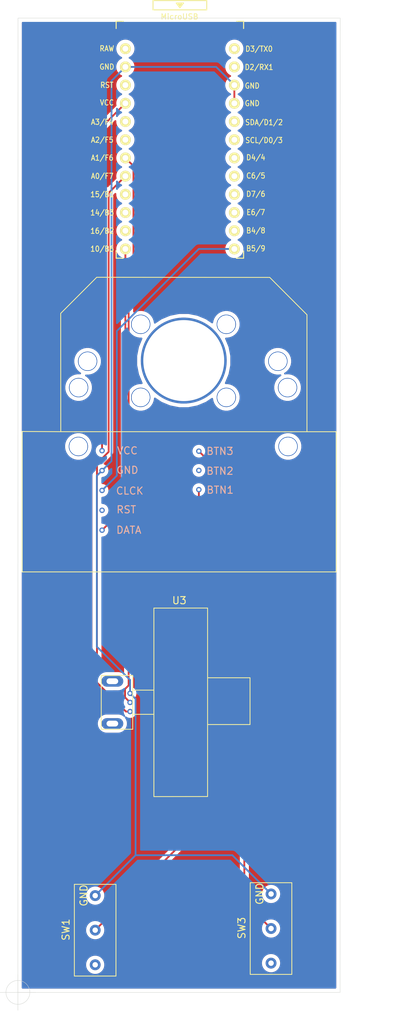
<source format=kicad_pcb>
(kicad_pcb (version 20171130) (host pcbnew "(5.1.8)-1")

  (general
    (thickness 1.6)
    (drawings 7)
    (tracks 41)
    (zones 0)
    (modules 5)
    (nets 9)
  )

  (page A4)
  (layers
    (0 F.Cu signal)
    (31 B.Cu signal)
    (32 B.Adhes user)
    (33 F.Adhes user)
    (34 B.Paste user)
    (35 F.Paste user)
    (36 B.SilkS user)
    (37 F.SilkS user)
    (38 B.Mask user)
    (39 F.Mask user)
    (40 Dwgs.User user)
    (41 Cmts.User user)
    (42 Eco1.User user)
    (43 Eco2.User user)
    (44 Edge.Cuts user)
    (45 Margin user)
    (46 B.CrtYd user)
    (47 F.CrtYd user)
    (48 B.Fab user)
    (49 F.Fab user)
  )

  (setup
    (last_trace_width 0.25)
    (trace_clearance 0.2)
    (zone_clearance 0.508)
    (zone_45_only no)
    (trace_min 0.2)
    (via_size 0.8)
    (via_drill 0.4)
    (via_min_size 0.4)
    (via_min_drill 0.3)
    (uvia_size 0.3)
    (uvia_drill 0.1)
    (uvias_allowed no)
    (uvia_min_size 0.2)
    (uvia_min_drill 0.1)
    (edge_width 0.05)
    (segment_width 0.2)
    (pcb_text_width 0.3)
    (pcb_text_size 1.5 1.5)
    (mod_edge_width 0.12)
    (mod_text_size 1 1)
    (mod_text_width 0.15)
    (pad_size 2.5 2.5)
    (pad_drill 2.5)
    (pad_to_mask_clearance 0)
    (aux_axis_origin 85.0988 181.4068)
    (grid_origin 85.0988 181.4068)
    (visible_elements 7FFFFFFF)
    (pcbplotparams
      (layerselection 0x010fc_ffffffff)
      (usegerberextensions false)
      (usegerberattributes true)
      (usegerberadvancedattributes true)
      (creategerberjobfile true)
      (excludeedgelayer true)
      (linewidth 0.100000)
      (plotframeref false)
      (viasonmask false)
      (mode 1)
      (useauxorigin false)
      (hpglpennumber 1)
      (hpglpenspeed 20)
      (hpglpendiameter 15.000000)
      (psnegative false)
      (psa4output false)
      (plotreference true)
      (plotvalue true)
      (plotinvisibletext false)
      (padsonsilk false)
      (subtractmaskfromsilk false)
      (outputformat 1)
      (mirror false)
      (drillshape 1)
      (scaleselection 1)
      (outputdirectory ""))
  )

  (net 0 "")
  (net 1 "Net-(SW1-Pad1)")
  (net 2 "Net-(SW3-Pad1)")
  (net 3 "Net-(U1-Pad18)")
  (net 4 "Net-(U1-Pad17)")
  (net 5 "Net-(U1-Pad13)")
  (net 6 "Net-(U1-Pad12)")
  (net 7 GND)
  (net 8 VCC)

  (net_class Default "This is the default net class."
    (clearance 0.2)
    (trace_width 0.25)
    (via_dia 0.8)
    (via_drill 0.4)
    (uvia_dia 0.3)
    (uvia_drill 0.1)
    (add_net GND)
    (add_net "Net-(SW1-Pad1)")
    (add_net "Net-(SW3-Pad1)")
    (add_net "Net-(U1-Pad12)")
    (add_net "Net-(U1-Pad13)")
    (add_net "Net-(U1-Pad17)")
    (add_net "Net-(U1-Pad18)")
    (add_net VCC)
  )

  (module gammy:mouse_click (layer F.Cu) (tedit 60194ACC) (tstamp 6018E807)
    (at 120.456 172.491 270)
    (path /6018E482)
    (fp_text reference SW3 (at -0.06858 4.09448 90) (layer F.SilkS)
      (effects (font (size 1 1) (thickness 0.15)))
    )
    (fp_text value SW_RESET (at 0 -3.92176 90) (layer F.Fab)
      (effects (font (size 1 1) (thickness 0.15)))
    )
    (fp_text user GND (at -4.84378 1.5875 90) (layer F.SilkS)
      (effects (font (size 1 1) (thickness 0.15)))
    )
    (fp_line (start -6.39064 -2.90068) (end 6.40334 -2.90068) (layer F.SilkS) (width 0.12))
    (fp_line (start 6.40334 -2.90068) (end 6.40334 2.9083) (layer F.SilkS) (width 0.12))
    (fp_line (start 6.40334 2.9083) (end -6.39318 2.9083) (layer F.SilkS) (width 0.12))
    (fp_line (start -6.39318 2.9083) (end -6.39064 -2.90068) (layer F.SilkS) (width 0.12))
    (pad 2 thru_hole circle (at -4.81838 -0.00254 270) (size 1.524 1.524) (drill 0.762) (layers *.Cu *.Mask)
      (net 7 GND))
    (pad 1 thru_hole circle (at 0 0 270) (size 1.524 1.524) (drill 0.762) (layers *.Cu *.Mask)
      (net 2 "Net-(SW3-Pad1)"))
    (pad "" np_thru_hole circle (at 4.83362 0 270) (size 1.524 1.524) (drill 0.762) (layers *.Cu *.Mask))
  )

  (module gammy:mouse_click (layer F.Cu) (tedit 60194ACC) (tstamp 6018E7DF)
    (at 95.8938 172.72 270)
    (path /6017BB2B)
    (fp_text reference SW1 (at -0.06858 4.09448 90) (layer F.SilkS)
      (effects (font (size 1 1) (thickness 0.15)))
    )
    (fp_text value SW_RESET (at 0 -3.92176 90) (layer F.Fab)
      (effects (font (size 1 1) (thickness 0.15)))
    )
    (fp_text user GND (at -4.84378 1.5875 90) (layer F.SilkS)
      (effects (font (size 1 1) (thickness 0.15)))
    )
    (fp_line (start -6.39064 -2.90068) (end 6.40334 -2.90068) (layer F.SilkS) (width 0.12))
    (fp_line (start 6.40334 -2.90068) (end 6.40334 2.9083) (layer F.SilkS) (width 0.12))
    (fp_line (start 6.40334 2.9083) (end -6.39318 2.9083) (layer F.SilkS) (width 0.12))
    (fp_line (start -6.39318 2.9083) (end -6.39064 -2.90068) (layer F.SilkS) (width 0.12))
    (pad 2 thru_hole circle (at -4.81838 -0.00254 270) (size 1.524 1.524) (drill 0.762) (layers *.Cu *.Mask)
      (net 7 GND))
    (pad 1 thru_hole circle (at 0 0 270) (size 1.524 1.524) (drill 0.762) (layers *.Cu *.Mask)
      (net 1 "Net-(SW1-Pad1)"))
    (pad "" np_thru_hole circle (at 4.83362 0 270) (size 1.524 1.524) (drill 0.762) (layers *.Cu *.Mask))
  )

  (module gammy:trackpoint_R61 (layer F.Cu) (tedit 6018F6F2) (tstamp 6018E879)
    (at 108.255 93.2434)
    (path /6017AAC0)
    (fp_text reference U2 (at -1.25222 2.01384) (layer F.SilkS)
      (effects (font (size 1 1) (thickness 0.15)))
    )
    (fp_text value trackpoint_R61 (at -1.25222 1.01384) (layer F.Fab)
      (effects (font (size 1 1) (thickness 0.15)))
    )
    (fp_text user CLCK (at -7.5352 18.1864) (layer B.SilkS)
      (effects (font (size 1 1) (thickness 0.15)))
    )
    (fp_text user DATA (at -7.6622 23.6474) (layer B.SilkS)
      (effects (font (size 1 1) (thickness 0.15)))
    )
    (fp_text user RST (at -8.0178 20.8026) (layer B.SilkS)
      (effects (font (size 1 1) (thickness 0.15)))
    )
    (fp_text user BTN1 (at 5.0886 18.0594) (layer B.SilkS)
      (effects (font (size 1 1) (thickness 0.15)))
    )
    (fp_text user BTN2 (at 5.0632 15.4178) (layer B.SilkS)
      (effects (font (size 1 1) (thickness 0.15)))
    )
    (fp_text user BTN3 (at 5.0632 12.6492) (layer B.SilkS)
      (effects (font (size 1 1) (thickness 0.15)))
    )
    (fp_text user GND (at -7.8654 15.2908) (layer B.SilkS)
      (effects (font (size 1 1) (thickness 0.15)))
    )
    (fp_text user VCC (at -7.86638 12.573) (layer B.SilkS)
      (effects (font (size 1 1) (thickness 0.15)))
    )
    (fp_line (start -17.16786 9.92378) (end -17.18056 -6.58114) (layer F.SilkS) (width 0.12))
    (fp_line (start -17.18056 -6.58114) (end -12.14882 -11.61542) (layer F.SilkS) (width 0.12))
    (fp_line (start -12.14882 -11.61542) (end 12.01674 -11.60018) (layer F.SilkS) (width 0.12))
    (fp_line (start 12.01674 -11.60018) (end 17.21612 -6.39318) (layer F.SilkS) (width 0.12))
    (fp_line (start 17.21612 -6.39318) (end 17.21612 9.9314) (layer F.SilkS) (width 0.12))
    (fp_line (start 17.21612 9.9314) (end -17.16786 9.92378) (layer F.SilkS) (width 0.12))
    (fp_line (start -17.16278 9.92378) (end -22.56536 9.89584) (layer F.SilkS) (width 0.12))
    (fp_line (start -22.56536 9.89584) (end -22.56536 29.4894) (layer F.SilkS) (width 0.12))
    (fp_line (start -22.56536 29.4894) (end 21.30806 29.4894) (layer F.SilkS) (width 0.12))
    (fp_line (start 21.30806 29.4894) (end 21.30552 9.9314) (layer F.SilkS) (width 0.12))
    (fp_line (start 21.30552 9.9314) (end 17.21358 9.9314) (layer F.SilkS) (width 0.12))
    (pad "" np_thru_hole circle (at 14.57452 11.98626) (size 2.7 2.7) (drill 2.5) (layers *.Cu *.Mask))
    (pad "" np_thru_hole circle (at -14.7066 11.98626) (size 2.7 2.7) (drill 2.5) (layers *.Cu *.Mask))
    (pad "" np_thru_hole circle (at 14.50594 3.7719) (size 2.7 2.7) (drill 2.5) (layers *.Cu *.Mask))
    (pad "" np_thru_hole circle (at 13.15212 0.09906) (size 2.7 2.7) (drill 2.5) (layers *.Cu *.Mask))
    (pad "" np_thru_hole circle (at -14.67866 3.7719) (size 2.7 2.7) (drill 2.5) (layers *.Cu *.Mask))
    (pad "" np_thru_hole circle (at -13.42136 0.09906) (size 2.7 2.7) (drill 2.5) (layers *.Cu *.Mask))
    (pad "" np_thru_hole circle (at -6.00456 5.14096) (size 2.7 2.7) (drill 2.5) (layers *.Cu *.Mask))
    (pad "" np_thru_hole circle (at 5.95376 5.14096) (size 2.7 2.7) (drill 2.5) (layers *.Cu *.Mask))
    (pad "" np_thru_hole circle (at 5.95376 -5.05714) (size 2.7 2.7) (drill 2.5) (layers *.Cu *.Mask))
    (pad "" np_thru_hole circle (at -6.00456 -5.05714) (size 2.7 2.7) (drill 2.5) (layers *.Cu *.Mask))
    (pad "" np_thru_hole circle (at 0.00762 0.00508) (size 12 12) (drill 11.3) (layers *.Cu *.Mask))
    (pad 2 thru_hole circle (at -11.40206 20.89404) (size 0.762 0.762) (drill 0.4064) (layers *.Cu *.Mask)
      (zone_connect 0))
    (pad 3 thru_hole circle (at 2.11582 18.012225) (size 0.762 0.762) (drill 0.4064) (layers *.Cu *.Mask)
      (net 1 "Net-(SW1-Pad1)") (zone_connect 0))
    (pad 4 thru_hole circle (at 2.11582 15.32926) (size 0.762 0.762) (drill 0.4064) (layers *.Cu *.Mask)
      (zone_connect 0))
    (pad 5 thru_hole circle (at 2.11582 12.646295) (size 0.762 0.762) (drill 0.4064) (layers *.Cu *.Mask)
      (net 2 "Net-(SW3-Pad1)") (zone_connect 0))
    (pad 6 thru_hole circle (at -11.40206 18.12036) (size 0.762 0.762) (drill 0.4064) (layers *.Cu *.Mask)
      (net 6 "Net-(U1-Pad12)") (zone_connect 0))
    (pad 7 thru_hole circle (at -11.40206 15.34668) (size 0.762 0.762) (drill 0.4064) (layers *.Cu *.Mask)
      (net 7 GND) (zone_connect 0))
    (pad 8 thru_hole circle (at -11.40206 12.573) (size 0.762 0.762) (drill 0.4064) (layers *.Cu *.Mask)
      (net 8 VCC) (zone_connect 0))
    (pad 1 thru_hole circle (at -11.40206 23.66772) (size 0.762 0.762) (drill 0.4064) (layers *.Cu *.Mask)
      (net 5 "Net-(U1-Pad13)") (zone_connect 0))
  )

  (module gammy:mouse_wheel (layer F.Cu) (tedit 60178EAE) (tstamp 6018E88F)
    (at 100.787 140.97)
    (path /6017B333)
    (fp_text reference U3 (at 6.86054 -14.24178) (layer F.SilkS)
      (effects (font (size 1 1) (thickness 0.15)))
    )
    (fp_text value mouse_wheel (at 5.2324 14.39164) (layer F.Fab)
      (effects (font (size 1 1) (thickness 0.15)))
    )
    (fp_line (start 16.73352 3.0607) (end 10.80262 3.0607) (layer F.SilkS) (width 0.12))
    (fp_line (start 16.73352 -3.4671) (end 16.73352 3.0607) (layer F.SilkS) (width 0.12))
    (fp_line (start 10.8077 -3.4671) (end 16.73352 -3.4671) (layer F.SilkS) (width 0.12))
    (fp_line (start 0.34798 1.63576) (end 3.31216 1.63576) (layer F.SilkS) (width 0.12))
    (fp_line (start 0.3556 -1.7399) (end 3.29946 -1.7399) (layer F.SilkS) (width 0.12))
    (fp_line (start -4.04368 3.7211) (end -4.04876 -3.7846) (layer F.SilkS) (width 0.12))
    (fp_line (start 0.35052 3.7211) (end -4.04368 3.7211) (layer F.SilkS) (width 0.12))
    (fp_line (start 0.35052 -3.78714) (end 0.35052 3.7211) (layer F.SilkS) (width 0.12))
    (fp_line (start -4.04876 -3.7846) (end 0.35052 -3.78714) (layer F.SilkS) (width 0.12))
    (fp_line (start 3.30454 13.11444) (end 10.80454 13.10724) (layer F.SilkS) (width 0.12))
    (fp_line (start 10.80454 -13.19276) (end 10.80454 13.10724) (layer F.SilkS) (width 0.12))
    (fp_line (start 3.30454 -13.18556) (end 10.80454 -13.19276) (layer F.SilkS) (width 0.12))
    (fp_line (start 3.30454 -13.18556) (end 3.30454 13.11444) (layer F.SilkS) (width 0.12))
    (pad "" thru_hole oval (at -2.49428 -2.9845) (size 3.048 1.524) (drill oval 1.6256 0.8128) (layers *.Cu *.Mask)
      (zone_connect 0))
    (pad "" thru_hole oval (at -2.49428 2.92862) (size 3.048 1.524) (drill oval 1.6256 0.8128) (layers *.Cu *.Mask)
      (zone_connect 0))
    (pad 3 thru_hole circle (at -0.02032 1.24714) (size 0.762 0.762) (drill 0.4064) (layers *.Cu *.Mask)
      (net 4 "Net-(U1-Pad17)") (zone_connect 0))
    (pad 1 thru_hole circle (at -0.02032 -1.29286) (size 0.762 0.762) (drill 0.4064) (layers *.Cu *.Mask)
      (net 7 GND) (zone_connect 0))
    (pad 2 thru_hole circle (at -0.02032 -0.02286) (size 0.762 0.762) (drill 0.4064) (layers *.Cu *.Mask)
      (net 3 "Net-(U1-Pad18)") (zone_connect 0))
  )

  (module gammy:ProMicro_v3.5 (layer F.Cu) (tedit 5CC05BC0) (tstamp 6018E859)
    (at 107.721 64.2112)
    (path /6017995D)
    (fp_text reference U1 (at 0 -5 270) (layer F.SilkS) hide
      (effects (font (size 1 1) (thickness 0.15)))
    )
    (fp_text value ProMicro (at -0.1 0.05 90) (layer F.Fab) hide
      (effects (font (size 1 1) (thickness 0.15)))
    )
    (fp_line (start 8.9 14.75) (end 7.89 14.75) (layer F.SilkS) (width 0.15))
    (fp_line (start -8.9 14.75) (end -7.9 14.75) (layer F.SilkS) (width 0.15))
    (fp_line (start 8.9 13.75) (end 8.9 14.75) (layer F.SilkS) (width 0.15))
    (fp_line (start -8.9 13.7) (end -8.9 14.75) (layer F.SilkS) (width 0.15))
    (fp_line (start 8.9 -18.3) (end 7.95 -18.3) (layer F.SilkS) (width 0.15))
    (fp_line (start -8.9 -18.3) (end -7.9 -18.3) (layer F.SilkS) (width 0.15))
    (fp_line (start 8.9 -18.3) (end 8.9 -17.3) (layer F.SilkS) (width 0.15))
    (fp_line (start -8.9 -18.3) (end -8.9 -17.3) (layer F.SilkS) (width 0.15))
    (fp_line (start -8.9 14.75) (end -8.9 -18.3) (layer F.Fab) (width 0.15))
    (fp_line (start 8.9 14.75) (end -8.9 14.75) (layer F.Fab) (width 0.15))
    (fp_line (start 8.9 -18.3) (end 8.9 14.75) (layer F.Fab) (width 0.15))
    (fp_line (start -8.9 -18.3) (end -3.75 -18.3) (layer F.Fab) (width 0.15))
    (fp_line (start -3.75 -19.6) (end 3.75 -19.6) (layer F.Fab) (width 0.15))
    (fp_line (start 3.75 -19.6) (end 3.75 -18.3) (layer F.Fab) (width 0.15))
    (fp_line (start -3.75 -19.6) (end -3.75 -18.299039) (layer F.Fab) (width 0.15))
    (fp_line (start -3.75 -18.3) (end 3.75 -18.3) (layer F.Fab) (width 0.15))
    (fp_line (start 3.76 -18.3) (end 8.9 -18.3) (layer F.Fab) (width 0.15))
    (fp_line (start -3.75 -21.2) (end -3.75 -19.9) (layer F.SilkS) (width 0.15))
    (fp_line (start -3.75 -19.9) (end 3.75 -19.9) (layer F.SilkS) (width 0.15))
    (fp_line (start 3.75 -19.9) (end 3.75 -21.2) (layer F.SilkS) (width 0.15))
    (fp_line (start 3.75 -21.2) (end -3.75 -21.2) (layer F.SilkS) (width 0.15))
    (fp_line (start -0.5 -20.85) (end 0.5 -20.85) (layer F.SilkS) (width 0.15))
    (fp_line (start 0.5 -20.85) (end 0 -20.2) (layer F.SilkS) (width 0.15))
    (fp_line (start 0 -20.2) (end -0.5 -20.85) (layer F.SilkS) (width 0.15))
    (fp_line (start -0.35 -20.7) (end 0.35 -20.7) (layer F.SilkS) (width 0.15))
    (fp_line (start -0.25 -20.55) (end 0.25 -20.55) (layer F.SilkS) (width 0.15))
    (fp_line (start -0.15 -20.4) (end 0.15 -20.4) (layer F.SilkS) (width 0.15))
    (fp_text user "" (at -1.2515 -16.256) (layer B.SilkS)
      (effects (font (size 1 1) (thickness 0.15)) (justify mirror))
    )
    (fp_text user "" (at -0.545 -17.4) (layer F.SilkS)
      (effects (font (size 1 1) (thickness 0.15)))
    )
    (fp_text user RAW (at -10.195 -14.5 unlocked) (layer F.SilkS)
      (effects (font (size 0.75 0.67) (thickness 0.125)))
    )
    (fp_text user GND (at -10.195 -11.95 unlocked) (layer F.SilkS)
      (effects (font (size 0.75 0.67) (thickness 0.125)))
    )
    (fp_text user RST (at -10.195 -9.4 unlocked) (layer F.SilkS)
      (effects (font (size 0.75 0.67) (thickness 0.125)))
    )
    (fp_text user VCC (at -10.195 -6.95 unlocked) (layer F.SilkS)
      (effects (font (size 0.75 0.67) (thickness 0.125)))
    )
    (fp_text user A3/F4 (at -10.845 -4.25 unlocked) (layer F.SilkS)
      (effects (font (size 0.75 0.67) (thickness 0.125)))
    )
    (fp_text user A2/F5 (at -10.845 -1.75 unlocked) (layer F.SilkS)
      (effects (font (size 0.75 0.67) (thickness 0.125)))
    )
    (fp_text user A1/F6 (at -10.845 0.75 unlocked) (layer F.SilkS)
      (effects (font (size 0.75 0.67) (thickness 0.125)))
    )
    (fp_text user A0/F7 (at -10.845 3.3 unlocked) (layer F.SilkS)
      (effects (font (size 0.75 0.67) (thickness 0.125)))
    )
    (fp_text user 15/B1 (at -10.845 5.85 unlocked) (layer F.SilkS)
      (effects (font (size 0.75 0.67) (thickness 0.125)))
    )
    (fp_text user 14/B3 (at -10.845 8.4 unlocked) (layer F.SilkS)
      (effects (font (size 0.75 0.67) (thickness 0.125)))
    )
    (fp_text user 10/B6 (at -10.845 13.45 unlocked) (layer F.SilkS)
      (effects (font (size 0.75 0.67) (thickness 0.125)))
    )
    (fp_text user 16/B2 (at -10.845 10.95 unlocked) (layer F.SilkS)
      (effects (font (size 0.75 0.67) (thickness 0.125)))
    )
    (fp_text user E6/7 (at 10.605 8.35 unlocked) (layer F.SilkS)
      (effects (font (size 0.75 0.67) (thickness 0.125)))
    )
    (fp_text user D7/6 (at 10.605 5.8 unlocked) (layer F.SilkS)
      (effects (font (size 0.75 0.67) (thickness 0.125)))
    )
    (fp_text user GND (at 10.105 -9.3 unlocked) (layer F.SilkS)
      (effects (font (size 0.75 0.67) (thickness 0.125)))
    )
    (fp_text user GND (at 10.105 -6.85 unlocked) (layer F.SilkS)
      (effects (font (size 0.75 0.67) (thickness 0.125)))
    )
    (fp_text user D3/TX0 (at 11.055 -14.45 unlocked) (layer F.SilkS)
      (effects (font (size 0.75 0.67) (thickness 0.125)))
    )
    (fp_text user D4/4 (at 10.605 0.7 unlocked) (layer F.SilkS)
      (effects (font (size 0.75 0.67) (thickness 0.125)))
    )
    (fp_text user SDA/D1/2 (at 11.755 -4.2 unlocked) (layer F.SilkS)
      (effects (font (size 0.75 0.67) (thickness 0.125)))
    )
    (fp_text user SCL/D0/3 (at 11.755 -1.7 unlocked) (layer F.SilkS)
      (effects (font (size 0.75 0.67) (thickness 0.125)))
    )
    (fp_text user C6/5 (at 10.605 3.25 unlocked) (layer F.SilkS)
      (effects (font (size 0.75 0.67) (thickness 0.125)))
    )
    (fp_text user B5/9 (at 10.605 13.4 unlocked) (layer F.SilkS)
      (effects (font (size 0.75 0.67) (thickness 0.125)))
    )
    (fp_text user D2/RX1 (at 11.055 -11.9 unlocked) (layer F.SilkS)
      (effects (font (size 0.75 0.67) (thickness 0.125)))
    )
    (fp_text user B4/8 (at 10.605 10.9 unlocked) (layer F.SilkS)
      (effects (font (size 0.75 0.67) (thickness 0.125)))
    )
    (fp_text user MicroUSB (at -0.05 -18.95) (layer F.SilkS)
      (effects (font (size 0.75 0.75) (thickness 0.12)))
    )
    (pad 24 thru_hole circle (at -7.6086 -14.478) (size 1.524 1.524) (drill 0.8128) (layers *.Cu F.SilkS B.Mask))
    (pad 23 thru_hole circle (at -7.6086 -11.938) (size 1.524 1.524) (drill 0.8128) (layers *.Cu F.SilkS B.Mask)
      (net 7 GND))
    (pad 22 thru_hole circle (at -7.6086 -9.398) (size 1.524 1.524) (drill 0.8128) (layers *.Cu F.SilkS B.Mask))
    (pad 21 thru_hole circle (at -7.6086 -6.858) (size 1.524 1.524) (drill 0.8128) (layers *.Cu F.SilkS B.Mask)
      (net 8 VCC))
    (pad 20 thru_hole circle (at -7.6086 -4.318) (size 1.524 1.524) (drill 0.8128) (layers *.Cu F.SilkS B.Mask))
    (pad 19 thru_hole circle (at -7.6086 -1.778) (size 1.524 1.524) (drill 0.8128) (layers *.Cu F.SilkS B.Mask))
    (pad 18 thru_hole circle (at -7.6086 0.762) (size 1.524 1.524) (drill 0.8128) (layers *.Cu F.SilkS B.Mask)
      (net 3 "Net-(U1-Pad18)"))
    (pad 17 thru_hole circle (at -7.6086 3.302) (size 1.524 1.524) (drill 0.8128) (layers *.Cu F.SilkS B.Mask)
      (net 4 "Net-(U1-Pad17)"))
    (pad 16 thru_hole circle (at -7.6086 5.842) (size 1.524 1.524) (drill 0.8128) (layers *.Cu F.SilkS B.Mask))
    (pad 15 thru_hole circle (at -7.6086 8.382) (size 1.524 1.524) (drill 0.8128) (layers *.Cu F.SilkS B.Mask))
    (pad 14 thru_hole circle (at -7.6086 10.922) (size 1.524 1.524) (drill 0.8128) (layers *.Cu F.SilkS B.Mask))
    (pad 13 thru_hole circle (at -7.6086 13.462) (size 1.524 1.524) (drill 0.8128) (layers *.Cu F.SilkS B.Mask)
      (net 5 "Net-(U1-Pad13)"))
    (pad 12 thru_hole circle (at 7.6114 13.462) (size 1.524 1.524) (drill 0.8128) (layers *.Cu F.SilkS B.Mask)
      (net 6 "Net-(U1-Pad12)"))
    (pad 11 thru_hole circle (at 7.6114 10.922) (size 1.524 1.524) (drill 0.8128) (layers *.Cu F.SilkS B.Mask))
    (pad 10 thru_hole circle (at 7.6114 8.382) (size 1.524 1.524) (drill 0.8128) (layers *.Cu F.SilkS B.Mask))
    (pad 9 thru_hole circle (at 7.6114 5.842) (size 1.524 1.524) (drill 0.8128) (layers *.Cu F.SilkS B.Mask))
    (pad 8 thru_hole circle (at 7.6114 3.302) (size 1.524 1.524) (drill 0.8128) (layers *.Cu F.SilkS B.Mask))
    (pad 7 thru_hole circle (at 7.6114 0.762) (size 1.524 1.524) (drill 0.8128) (layers *.Cu F.SilkS B.Mask))
    (pad 6 thru_hole circle (at 7.6114 -1.778) (size 1.524 1.524) (drill 0.8128) (layers *.Cu F.SilkS B.Mask))
    (pad 5 thru_hole circle (at 7.6114 -4.318) (size 1.524 1.524) (drill 0.8128) (layers *.Cu F.SilkS B.Mask))
    (pad 4 thru_hole circle (at 7.6114 -6.858) (size 1.524 1.524) (drill 0.8128) (layers *.Cu F.SilkS B.Mask)
      (net 7 GND))
    (pad 3 thru_hole circle (at 7.6114 -9.398) (size 1.524 1.524) (drill 0.8128) (layers *.Cu F.SilkS B.Mask)
      (net 7 GND))
    (pad 2 thru_hole circle (at 7.6114 -11.938) (size 1.524 1.524) (drill 0.8128) (layers *.Cu F.SilkS B.Mask))
    (pad 1 thru_hole circle (at 7.6114 -14.478) (size 1.524 1.524) (drill 0.8128) (layers *.Cu F.SilkS B.Mask))
  )

  (dimension 135.947401 (width 0.15) (layer Dwgs.User)
    (gr_text "135.947 mm" (at 136.140321 113.433837 89.99300384) (layer Dwgs.User)
      (effects (font (size 1 1) (thickness 0.15)))
    )
    (feature1 (pts (xy 130.0988 181.4068) (xy 135.418442 181.40745)))
    (feature2 (pts (xy 130.1154 45.4594) (xy 135.435042 45.46005)))
    (crossbar (pts (xy 134.848621 45.459978) (xy 134.832021 181.407378)))
    (arrow1a (pts (xy 134.832021 181.407378) (xy 134.245738 180.280803)))
    (arrow1b (pts (xy 134.832021 181.407378) (xy 135.418579 180.280946)))
    (arrow2a (pts (xy 134.848621 45.459978) (xy 134.262063 46.58641)))
    (arrow2b (pts (xy 134.848621 45.459978) (xy 135.434904 46.586553)))
  )
  (dimension 45 (width 0.15) (layer Dwgs.User)
    (gr_text "45.000 mm" (at 107.5988 186.466) (layer Dwgs.User)
      (effects (font (size 1 1) (thickness 0.15)))
    )
    (feature1 (pts (xy 130.0988 181.4068) (xy 130.0988 185.752421)))
    (feature2 (pts (xy 85.0988 181.4068) (xy 85.0988 185.752421)))
    (crossbar (pts (xy 85.0988 185.166) (xy 130.0988 185.166)))
    (arrow1a (pts (xy 130.0988 185.166) (xy 128.972296 185.752421)))
    (arrow1b (pts (xy 130.0988 185.166) (xy 128.972296 184.579579)))
    (arrow2a (pts (xy 85.0988 185.166) (xy 86.225304 185.752421)))
    (arrow2b (pts (xy 85.0988 185.166) (xy 86.225304 184.579579)))
  )
  (target plus (at 85.0988 181.4068) (size 5) (width 0.05) (layer Edge.Cuts))
  (gr_line (start 130.1154 45.4594) (end 85.1154 45.4594) (layer Edge.Cuts) (width 0.05) (tstamp 6018E70D))
  (gr_line (start 130.0988 181.4068) (end 130.1154 45.4594) (layer Edge.Cuts) (width 0.05))
  (gr_line (start 85.0988 181.4068) (end 130.0988 181.4068) (layer Edge.Cuts) (width 0.05))
  (gr_line (start 85.0988 181.4068) (end 85.1154 45.4594) (layer Edge.Cuts) (width 0.05))

  (segment (start 110.3708 111.2556) (end 110.3708 158.243) (width 0.25) (layer F.Cu) (net 1))
  (segment (start 110.3708 158.243) (end 95.8938 172.72) (width 0.25) (layer F.Cu) (net 1))
  (segment (start 110.3708 105.8897) (end 116.725 112.2439) (width 0.25) (layer F.Cu) (net 2))
  (segment (start 116.725 112.2439) (end 116.725 168.76) (width 0.25) (layer F.Cu) (net 2))
  (segment (start 116.725 168.76) (end 120.456 172.491) (width 0.25) (layer F.Cu) (net 2))
  (segment (start 100.1124 64.9732) (end 101.2392 66.1) (width 0.25) (layer F.Cu) (net 3))
  (segment (start 101.2392 66.1) (end 101.2392 82.3549) (width 0.25) (layer F.Cu) (net 3))
  (segment (start 101.2392 82.3549) (end 100.5629 83.0312) (width 0.25) (layer F.Cu) (net 3))
  (segment (start 100.5629 83.0312) (end 100.5629 138.5703) (width 0.25) (layer F.Cu) (net 3))
  (segment (start 100.5629 138.5703) (end 100.0603 139.0729) (width 0.25) (layer F.Cu) (net 3))
  (segment (start 100.0603 139.0729) (end 100.0603 140.2407) (width 0.25) (layer F.Cu) (net 3))
  (segment (start 100.0603 140.2407) (end 100.7667 140.9471) (width 0.25) (layer F.Cu) (net 3))
  (segment (start 100.1124 67.5132) (end 97.774 69.8516) (width 0.25) (layer F.Cu) (net 4))
  (segment (start 97.774 69.8516) (end 97.774 105.9813) (width 0.25) (layer F.Cu) (net 4))
  (segment (start 97.774 105.9813) (end 96.1431 107.6122) (width 0.25) (layer F.Cu) (net 4))
  (segment (start 96.1431 107.6122) (end 96.1431 138.1734) (width 0.25) (layer F.Cu) (net 4))
  (segment (start 96.1431 138.1734) (end 100.1868 142.2171) (width 0.25) (layer F.Cu) (net 4))
  (segment (start 100.1868 142.2171) (end 100.7667 142.2171) (width 0.25) (layer F.Cu) (net 4))
  (segment (start 100.1124 77.6732) (end 100.1124 113.6516) (width 0.25) (layer F.Cu) (net 5))
  (segment (start 100.1124 113.6516) (end 96.8529 116.9111) (width 0.25) (layer F.Cu) (net 5))
  (segment (start 115.3324 77.6732) (end 110.364 77.6732) (width 0.25) (layer B.Cu) (net 6))
  (segment (start 110.364 77.6732) (end 98.9202 89.117) (width 0.25) (layer B.Cu) (net 6))
  (segment (start 98.9202 89.117) (end 98.9202 109.2965) (width 0.25) (layer B.Cu) (net 6))
  (segment (start 98.9202 109.2965) (end 96.8529 111.3638) (width 0.25) (layer B.Cu) (net 6))
  (segment (start 100.1124 52.2732) (end 98.1739 54.2117) (width 0.25) (layer B.Cu) (net 7))
  (segment (start 98.1739 54.2117) (end 98.1739 107.2691) (width 0.25) (layer B.Cu) (net 7))
  (segment (start 98.1739 107.2691) (end 96.8529 108.5901) (width 0.25) (layer B.Cu) (net 7))
  (segment (start 115.3324 54.8132) (end 112.7924 52.2732) (width 0.25) (layer B.Cu) (net 7))
  (segment (start 112.7924 52.2732) (end 100.1124 52.2732) (width 0.25) (layer B.Cu) (net 7))
  (segment (start 101.5334 162.2645) (end 95.8963 167.9016) (width 0.25) (layer B.Cu) (net 7))
  (segment (start 100.7667 139.6771) (end 101.5334 140.4438) (width 0.25) (layer B.Cu) (net 7))
  (segment (start 101.5334 140.4438) (end 101.5334 162.2645) (width 0.25) (layer B.Cu) (net 7))
  (segment (start 101.5334 162.2645) (end 115.0504 162.2645) (width 0.25) (layer B.Cu) (net 7))
  (segment (start 115.0504 162.2645) (end 120.4585 167.6726) (width 0.25) (layer B.Cu) (net 7))
  (segment (start 96.8529 108.5901) (end 96.124 109.319) (width 0.25) (layer B.Cu) (net 7))
  (segment (start 96.124 109.319) (end 96.124 133.1686) (width 0.25) (layer B.Cu) (net 7))
  (segment (start 96.124 133.1686) (end 100.7667 137.8113) (width 0.25) (layer B.Cu) (net 7))
  (segment (start 100.7667 137.8113) (end 100.7667 139.6771) (width 0.25) (layer B.Cu) (net 7))
  (segment (start 115.3324 54.8132) (end 115.3324 57.3532) (width 0.25) (layer F.Cu) (net 7))
  (segment (start 100.1124 57.3532) (end 96.8529 60.6127) (width 0.25) (layer F.Cu) (net 8))
  (segment (start 96.8529 60.6127) (end 96.8529 105.8164) (width 0.25) (layer F.Cu) (net 8))

  (zone (net 0) (net_name "") (layer B.Cu) (tstamp 0) (hatch edge 0.508)
    (connect_pads (clearance 0.508))
    (min_thickness 0.254)
    (fill yes (arc_segments 32) (thermal_gap 0.508) (thermal_bridge_width 0.508))
    (polygon
      (pts
        (xy 130.1076 181.4068) (xy 85.0988 181.4068) (xy 85.1242 45.466) (xy 130.1076 45.466)
      )
    )
    (filled_polygon
      (pts
        (xy 129.438882 180.7468) (xy 85.758881 180.7468) (xy 85.759287 177.416028) (xy 94.4968 177.416028) (xy 94.4968 177.691212)
        (xy 94.550486 177.96111) (xy 94.655795 178.215347) (xy 94.80868 178.444155) (xy 95.003265 178.63874) (xy 95.232073 178.791625)
        (xy 95.48631 178.896934) (xy 95.756208 178.95062) (xy 96.031392 178.95062) (xy 96.30129 178.896934) (xy 96.555527 178.791625)
        (xy 96.784335 178.63874) (xy 96.97892 178.444155) (xy 97.131805 178.215347) (xy 97.237114 177.96111) (xy 97.2908 177.691212)
        (xy 97.2908 177.416028) (xy 97.24525 177.187028) (xy 119.059 177.187028) (xy 119.059 177.462212) (xy 119.112686 177.73211)
        (xy 119.217995 177.986347) (xy 119.37088 178.215155) (xy 119.565465 178.40974) (xy 119.794273 178.562625) (xy 120.04851 178.667934)
        (xy 120.318408 178.72162) (xy 120.593592 178.72162) (xy 120.86349 178.667934) (xy 121.117727 178.562625) (xy 121.346535 178.40974)
        (xy 121.54112 178.215155) (xy 121.694005 177.986347) (xy 121.799314 177.73211) (xy 121.853 177.462212) (xy 121.853 177.187028)
        (xy 121.799314 176.91713) (xy 121.694005 176.662893) (xy 121.54112 176.434085) (xy 121.346535 176.2395) (xy 121.117727 176.086615)
        (xy 120.86349 175.981306) (xy 120.593592 175.92762) (xy 120.318408 175.92762) (xy 120.04851 175.981306) (xy 119.794273 176.086615)
        (xy 119.565465 176.2395) (xy 119.37088 176.434085) (xy 119.217995 176.662893) (xy 119.112686 176.91713) (xy 119.059 177.187028)
        (xy 97.24525 177.187028) (xy 97.237114 177.14613) (xy 97.131805 176.891893) (xy 96.97892 176.663085) (xy 96.784335 176.4685)
        (xy 96.555527 176.315615) (xy 96.30129 176.210306) (xy 96.031392 176.15662) (xy 95.756208 176.15662) (xy 95.48631 176.210306)
        (xy 95.232073 176.315615) (xy 95.003265 176.4685) (xy 94.80868 176.663085) (xy 94.655795 176.891893) (xy 94.550486 177.14613)
        (xy 94.4968 177.416028) (xy 85.759287 177.416028) (xy 85.759877 172.582408) (xy 94.4968 172.582408) (xy 94.4968 172.857592)
        (xy 94.550486 173.12749) (xy 94.655795 173.381727) (xy 94.80868 173.610535) (xy 95.003265 173.80512) (xy 95.232073 173.958005)
        (xy 95.48631 174.063314) (xy 95.756208 174.117) (xy 96.031392 174.117) (xy 96.30129 174.063314) (xy 96.555527 173.958005)
        (xy 96.784335 173.80512) (xy 96.97892 173.610535) (xy 97.131805 173.381727) (xy 97.237114 173.12749) (xy 97.2908 172.857592)
        (xy 97.2908 172.582408) (xy 97.24525 172.353408) (xy 119.059 172.353408) (xy 119.059 172.628592) (xy 119.112686 172.89849)
        (xy 119.217995 173.152727) (xy 119.37088 173.381535) (xy 119.565465 173.57612) (xy 119.794273 173.729005) (xy 120.04851 173.834314)
        (xy 120.318408 173.888) (xy 120.593592 173.888) (xy 120.86349 173.834314) (xy 121.117727 173.729005) (xy 121.346535 173.57612)
        (xy 121.54112 173.381535) (xy 121.694005 173.152727) (xy 121.799314 172.89849) (xy 121.853 172.628592) (xy 121.853 172.353408)
        (xy 121.799314 172.08351) (xy 121.694005 171.829273) (xy 121.54112 171.600465) (xy 121.346535 171.40588) (xy 121.117727 171.252995)
        (xy 120.86349 171.147686) (xy 120.593592 171.094) (xy 120.318408 171.094) (xy 120.04851 171.147686) (xy 119.794273 171.252995)
        (xy 119.565465 171.40588) (xy 119.37088 171.600465) (xy 119.217995 171.829273) (xy 119.112686 172.08351) (xy 119.059 172.353408)
        (xy 97.24525 172.353408) (xy 97.237114 172.31251) (xy 97.131805 172.058273) (xy 96.97892 171.829465) (xy 96.784335 171.63488)
        (xy 96.555527 171.481995) (xy 96.30129 171.376686) (xy 96.031392 171.323) (xy 95.756208 171.323) (xy 95.48631 171.376686)
        (xy 95.232073 171.481995) (xy 95.003265 171.63488) (xy 94.80868 171.829465) (xy 94.655795 172.058273) (xy 94.550486 172.31251)
        (xy 94.4968 172.582408) (xy 85.759877 172.582408) (xy 85.760465 167.764028) (xy 94.49934 167.764028) (xy 94.49934 168.039212)
        (xy 94.553026 168.30911) (xy 94.658335 168.563347) (xy 94.81122 168.792155) (xy 95.005805 168.98674) (xy 95.234613 169.139625)
        (xy 95.48885 169.244934) (xy 95.758748 169.29862) (xy 96.033932 169.29862) (xy 96.30383 169.244934) (xy 96.558067 169.139625)
        (xy 96.786875 168.98674) (xy 96.98146 168.792155) (xy 97.134345 168.563347) (xy 97.239654 168.30911) (xy 97.29334 168.039212)
        (xy 97.29334 167.764028) (xy 97.262702 167.609999) (xy 101.848202 163.0245) (xy 114.735599 163.0245) (xy 119.092165 167.381067)
        (xy 119.06154 167.535028) (xy 119.06154 167.810212) (xy 119.115226 168.08011) (xy 119.220535 168.334347) (xy 119.37342 168.563155)
        (xy 119.568005 168.75774) (xy 119.796813 168.910625) (xy 120.05105 169.015934) (xy 120.320948 169.06962) (xy 120.596132 169.06962)
        (xy 120.86603 169.015934) (xy 121.120267 168.910625) (xy 121.349075 168.75774) (xy 121.54366 168.563155) (xy 121.696545 168.334347)
        (xy 121.801854 168.08011) (xy 121.85554 167.810212) (xy 121.85554 167.535028) (xy 121.801854 167.26513) (xy 121.696545 167.010893)
        (xy 121.54366 166.782085) (xy 121.349075 166.5875) (xy 121.120267 166.434615) (xy 120.86603 166.329306) (xy 120.596132 166.27562)
        (xy 120.320948 166.27562) (xy 120.166953 166.306251) (xy 115.614204 161.753503) (xy 115.590401 161.724499) (xy 115.474676 161.629526)
        (xy 115.342647 161.558954) (xy 115.199386 161.515497) (xy 115.087733 161.5045) (xy 115.087722 161.5045) (xy 115.0504 161.500824)
        (xy 115.013078 161.5045) (xy 102.2934 161.5045) (xy 102.2934 140.481133) (xy 102.297077 140.4438) (xy 102.282403 140.294814)
        (xy 102.238946 140.151553) (xy 102.168374 140.019524) (xy 102.097199 139.932797) (xy 102.073401 139.903799) (xy 102.044404 139.880002)
        (xy 101.78268 139.618278) (xy 101.78268 139.577073) (xy 101.743636 139.380784) (xy 101.667048 139.195884) (xy 101.555859 139.029478)
        (xy 101.5267 139.000319) (xy 101.5267 137.848622) (xy 101.530376 137.811299) (xy 101.5267 137.773976) (xy 101.5267 137.773967)
        (xy 101.515703 137.662314) (xy 101.472246 137.519053) (xy 101.401674 137.387024) (xy 101.306701 137.271299) (xy 101.277704 137.247502)
        (xy 96.884 132.853799) (xy 96.884 117.92712) (xy 96.953007 117.92712) (xy 97.149296 117.888076) (xy 97.334196 117.811488)
        (xy 97.500602 117.700299) (xy 97.642119 117.558782) (xy 97.753308 117.392376) (xy 97.829896 117.207476) (xy 97.86894 117.011187)
        (xy 97.86894 116.811053) (xy 97.829896 116.614764) (xy 97.753308 116.429864) (xy 97.642119 116.263458) (xy 97.500602 116.121941)
        (xy 97.334196 116.010752) (xy 97.149296 115.934164) (xy 96.953007 115.89512) (xy 96.884 115.89512) (xy 96.884 115.15344)
        (xy 96.953007 115.15344) (xy 97.149296 115.114396) (xy 97.334196 115.037808) (xy 97.500602 114.926619) (xy 97.642119 114.785102)
        (xy 97.753308 114.618696) (xy 97.829896 114.433796) (xy 97.86894 114.237507) (xy 97.86894 114.037373) (xy 97.829896 113.841084)
        (xy 97.753308 113.656184) (xy 97.642119 113.489778) (xy 97.500602 113.348261) (xy 97.334196 113.237072) (xy 97.149296 113.160484)
        (xy 96.953007 113.12144) (xy 96.884 113.12144) (xy 96.884 112.37976) (xy 96.953007 112.37976) (xy 97.149296 112.340716)
        (xy 97.334196 112.264128) (xy 97.500602 112.152939) (xy 97.642119 112.011422) (xy 97.753308 111.845016) (xy 97.829896 111.660116)
        (xy 97.86894 111.463827) (xy 97.86894 111.422561) (xy 98.135943 111.155558) (xy 109.35482 111.155558) (xy 109.35482 111.355692)
        (xy 109.393864 111.551981) (xy 109.470452 111.736881) (xy 109.581641 111.903287) (xy 109.723158 112.044804) (xy 109.889564 112.155993)
        (xy 110.074464 112.232581) (xy 110.270753 112.271625) (xy 110.470887 112.271625) (xy 110.667176 112.232581) (xy 110.852076 112.155993)
        (xy 111.018482 112.044804) (xy 111.159999 111.903287) (xy 111.271188 111.736881) (xy 111.347776 111.551981) (xy 111.38682 111.355692)
        (xy 111.38682 111.155558) (xy 111.347776 110.959269) (xy 111.271188 110.774369) (xy 111.159999 110.607963) (xy 111.018482 110.466446)
        (xy 110.852076 110.355257) (xy 110.667176 110.278669) (xy 110.470887 110.239625) (xy 110.270753 110.239625) (xy 110.074464 110.278669)
        (xy 109.889564 110.355257) (xy 109.723158 110.466446) (xy 109.581641 110.607963) (xy 109.470452 110.774369) (xy 109.393864 110.959269)
        (xy 109.35482 111.155558) (xy 98.135943 111.155558) (xy 99.431203 109.860299) (xy 99.460201 109.836501) (xy 99.555174 109.720776)
        (xy 99.625746 109.588747) (xy 99.669203 109.445486) (xy 99.6802 109.333833) (xy 99.6802 109.333825) (xy 99.683876 109.2965)
        (xy 99.6802 109.259175) (xy 99.6802 108.472593) (xy 109.35482 108.472593) (xy 109.35482 108.672727) (xy 109.393864 108.869016)
        (xy 109.470452 109.053916) (xy 109.581641 109.220322) (xy 109.723158 109.361839) (xy 109.889564 109.473028) (xy 110.074464 109.549616)
        (xy 110.270753 109.58866) (xy 110.470887 109.58866) (xy 110.667176 109.549616) (xy 110.852076 109.473028) (xy 111.018482 109.361839)
        (xy 111.159999 109.220322) (xy 111.271188 109.053916) (xy 111.347776 108.869016) (xy 111.38682 108.672727) (xy 111.38682 108.472593)
        (xy 111.347776 108.276304) (xy 111.271188 108.091404) (xy 111.159999 107.924998) (xy 111.018482 107.783481) (xy 110.852076 107.672292)
        (xy 110.667176 107.595704) (xy 110.470887 107.55666) (xy 110.270753 107.55666) (xy 110.074464 107.595704) (xy 109.889564 107.672292)
        (xy 109.723158 107.783481) (xy 109.581641 107.924998) (xy 109.470452 108.091404) (xy 109.393864 108.276304) (xy 109.35482 108.472593)
        (xy 99.6802 108.472593) (xy 99.6802 105.789628) (xy 109.35482 105.789628) (xy 109.35482 105.989762) (xy 109.393864 106.186051)
        (xy 109.470452 106.370951) (xy 109.581641 106.537357) (xy 109.723158 106.678874) (xy 109.889564 106.790063) (xy 110.074464 106.866651)
        (xy 110.270753 106.905695) (xy 110.470887 106.905695) (xy 110.667176 106.866651) (xy 110.852076 106.790063) (xy 111.018482 106.678874)
        (xy 111.159999 106.537357) (xy 111.271188 106.370951) (xy 111.347776 106.186051) (xy 111.38682 105.989762) (xy 111.38682 105.789628)
        (xy 111.347776 105.593339) (xy 111.271188 105.408439) (xy 111.159999 105.242033) (xy 111.018482 105.100516) (xy 110.919166 105.034155)
        (xy 120.84452 105.034155) (xy 120.84452 105.425165) (xy 120.920802 105.808663) (xy 121.070435 106.16991) (xy 121.287669 106.495024)
        (xy 121.564156 106.771511) (xy 121.88927 106.988745) (xy 122.250517 107.138378) (xy 122.634015 107.21466) (xy 123.025025 107.21466)
        (xy 123.408523 107.138378) (xy 123.76977 106.988745) (xy 124.094884 106.771511) (xy 124.371371 106.495024) (xy 124.588605 106.16991)
        (xy 124.738238 105.808663) (xy 124.81452 105.425165) (xy 124.81452 105.034155) (xy 124.738238 104.650657) (xy 124.588605 104.28941)
        (xy 124.371371 103.964296) (xy 124.094884 103.687809) (xy 123.76977 103.470575) (xy 123.408523 103.320942) (xy 123.025025 103.24466)
        (xy 122.634015 103.24466) (xy 122.250517 103.320942) (xy 121.88927 103.470575) (xy 121.564156 103.687809) (xy 121.287669 103.964296)
        (xy 121.070435 104.28941) (xy 120.920802 104.650657) (xy 120.84452 105.034155) (xy 110.919166 105.034155) (xy 110.852076 104.989327)
        (xy 110.667176 104.912739) (xy 110.470887 104.873695) (xy 110.270753 104.873695) (xy 110.074464 104.912739) (xy 109.889564 104.989327)
        (xy 109.723158 105.100516) (xy 109.581641 105.242033) (xy 109.470452 105.408439) (xy 109.393864 105.593339) (xy 109.35482 105.789628)
        (xy 99.6802 105.789628) (xy 99.6802 89.431801) (xy 100.343191 88.76881) (xy 100.491355 89.12651) (xy 100.708589 89.451624)
        (xy 100.985076 89.728111) (xy 101.31019 89.945345) (xy 101.671437 90.094978) (xy 102.054935 90.17126) (xy 102.355574 90.17126)
        (xy 101.882599 91.313122) (xy 101.62762 92.59499) (xy 101.62762 93.90197) (xy 101.882599 95.183838) (xy 102.382759 96.391331)
        (xy 102.388124 96.39936) (xy 102.054935 96.39936) (xy 101.671437 96.475642) (xy 101.31019 96.625275) (xy 100.985076 96.842509)
        (xy 100.708589 97.118996) (xy 100.491355 97.44411) (xy 100.341722 97.805357) (xy 100.26544 98.188855) (xy 100.26544 98.579865)
        (xy 100.341722 98.963363) (xy 100.491355 99.32461) (xy 100.708589 99.649724) (xy 100.985076 99.926211) (xy 101.31019 100.143445)
        (xy 101.671437 100.293078) (xy 102.054935 100.36936) (xy 102.445945 100.36936) (xy 102.829443 100.293078) (xy 103.19069 100.143445)
        (xy 103.515804 99.926211) (xy 103.792291 99.649724) (xy 104.009525 99.32461) (xy 104.159158 98.963363) (xy 104.23544 98.579865)
        (xy 104.23544 98.537451) (xy 105.119769 99.128341) (xy 106.327262 99.628501) (xy 107.60913 99.88348) (xy 108.91611 99.88348)
        (xy 110.197978 99.628501) (xy 111.405471 99.128341) (xy 112.224061 98.581377) (xy 112.300042 98.963363) (xy 112.449675 99.32461)
        (xy 112.666909 99.649724) (xy 112.943396 99.926211) (xy 113.26851 100.143445) (xy 113.629757 100.293078) (xy 114.013255 100.36936)
        (xy 114.404265 100.36936) (xy 114.787763 100.293078) (xy 115.14901 100.143445) (xy 115.474124 99.926211) (xy 115.750611 99.649724)
        (xy 115.967845 99.32461) (xy 116.117478 98.963363) (xy 116.19376 98.579865) (xy 116.19376 98.188855) (xy 116.117478 97.805357)
        (xy 115.967845 97.44411) (xy 115.750611 97.118996) (xy 115.474124 96.842509) (xy 115.14901 96.625275) (xy 114.787763 96.475642)
        (xy 114.404265 96.39936) (xy 114.137116 96.39936) (xy 114.142481 96.391331) (xy 114.642641 95.183838) (xy 114.89762 93.90197)
        (xy 114.89762 93.146955) (xy 119.42212 93.146955) (xy 119.42212 93.537965) (xy 119.498402 93.921463) (xy 119.648035 94.28271)
        (xy 119.865269 94.607824) (xy 120.141756 94.884311) (xy 120.46687 95.101545) (xy 120.828117 95.251178) (xy 121.211615 95.32746)
        (xy 121.602625 95.32746) (xy 121.761301 95.295898) (xy 121.495576 95.473449) (xy 121.219089 95.749936) (xy 121.001855 96.07505)
        (xy 120.852222 96.436297) (xy 120.77594 96.819795) (xy 120.77594 97.210805) (xy 120.852222 97.594303) (xy 121.001855 97.95555)
        (xy 121.219089 98.280664) (xy 121.495576 98.557151) (xy 121.82069 98.774385) (xy 122.181937 98.924018) (xy 122.565435 99.0003)
        (xy 122.956445 99.0003) (xy 123.339943 98.924018) (xy 123.70119 98.774385) (xy 124.026304 98.557151) (xy 124.302791 98.280664)
        (xy 124.520025 97.95555) (xy 124.669658 97.594303) (xy 124.74594 97.210805) (xy 124.74594 96.819795) (xy 124.669658 96.436297)
        (xy 124.520025 96.07505) (xy 124.302791 95.749936) (xy 124.026304 95.473449) (xy 123.70119 95.256215) (xy 123.339943 95.106582)
        (xy 122.956445 95.0303) (xy 122.565435 95.0303) (xy 122.406759 95.061862) (xy 122.672484 94.884311) (xy 122.948971 94.607824)
        (xy 123.166205 94.28271) (xy 123.315838 93.921463) (xy 123.39212 93.537965) (xy 123.39212 93.146955) (xy 123.315838 92.763457)
        (xy 123.166205 92.40221) (xy 122.948971 92.077096) (xy 122.672484 91.800609) (xy 122.34737 91.583375) (xy 121.986123 91.433742)
        (xy 121.602625 91.35746) (xy 121.211615 91.35746) (xy 120.828117 91.433742) (xy 120.46687 91.583375) (xy 120.141756 91.800609)
        (xy 119.865269 92.077096) (xy 119.648035 92.40221) (xy 119.498402 92.763457) (xy 119.42212 93.146955) (xy 114.89762 93.146955)
        (xy 114.89762 92.59499) (xy 114.642641 91.313122) (xy 114.169666 90.17126) (xy 114.404265 90.17126) (xy 114.787763 90.094978)
        (xy 115.14901 89.945345) (xy 115.474124 89.728111) (xy 115.750611 89.451624) (xy 115.967845 89.12651) (xy 116.117478 88.765263)
        (xy 116.19376 88.381765) (xy 116.19376 87.990755) (xy 116.117478 87.607257) (xy 115.967845 87.24601) (xy 115.750611 86.920896)
        (xy 115.474124 86.644409) (xy 115.14901 86.427175) (xy 114.787763 86.277542) (xy 114.404265 86.20126) (xy 114.013255 86.20126)
        (xy 113.629757 86.277542) (xy 113.26851 86.427175) (xy 112.943396 86.644409) (xy 112.666909 86.920896) (xy 112.449675 87.24601)
        (xy 112.300042 87.607257) (xy 112.236994 87.924225) (xy 111.405471 87.368619) (xy 110.197978 86.868459) (xy 108.91611 86.61348)
        (xy 107.60913 86.61348) (xy 106.327262 86.868459) (xy 105.119769 87.368619) (xy 104.229954 87.963175) (xy 104.159158 87.607257)
        (xy 104.009525 87.24601) (xy 103.792291 86.920896) (xy 103.515804 86.644409) (xy 103.19069 86.427175) (xy 102.83299 86.279011)
        (xy 110.678802 78.4332) (xy 114.160059 78.4332) (xy 114.24728 78.563735) (xy 114.441865 78.75832) (xy 114.670673 78.911205)
        (xy 114.92491 79.016514) (xy 115.194808 79.0702) (xy 115.469992 79.0702) (xy 115.73989 79.016514) (xy 115.994127 78.911205)
        (xy 116.222935 78.75832) (xy 116.41752 78.563735) (xy 116.570405 78.334927) (xy 116.675714 78.08069) (xy 116.7294 77.810792)
        (xy 116.7294 77.535608) (xy 116.675714 77.26571) (xy 116.570405 77.011473) (xy 116.41752 76.782665) (xy 116.222935 76.58808)
        (xy 115.994127 76.435195) (xy 115.916885 76.4032) (xy 115.994127 76.371205) (xy 116.222935 76.21832) (xy 116.41752 76.023735)
        (xy 116.570405 75.794927) (xy 116.675714 75.54069) (xy 116.7294 75.270792) (xy 116.7294 74.995608) (xy 116.675714 74.72571)
        (xy 116.570405 74.471473) (xy 116.41752 74.242665) (xy 116.222935 74.04808) (xy 115.994127 73.895195) (xy 115.916885 73.8632)
        (xy 115.994127 73.831205) (xy 116.222935 73.67832) (xy 116.41752 73.483735) (xy 116.570405 73.254927) (xy 116.675714 73.00069)
        (xy 116.7294 72.730792) (xy 116.7294 72.455608) (xy 116.675714 72.18571) (xy 116.570405 71.931473) (xy 116.41752 71.702665)
        (xy 116.222935 71.50808) (xy 115.994127 71.355195) (xy 115.916885 71.3232) (xy 115.994127 71.291205) (xy 116.222935 71.13832)
        (xy 116.41752 70.943735) (xy 116.570405 70.714927) (xy 116.675714 70.46069) (xy 116.7294 70.190792) (xy 116.7294 69.915608)
        (xy 116.675714 69.64571) (xy 116.570405 69.391473) (xy 116.41752 69.162665) (xy 116.222935 68.96808) (xy 115.994127 68.815195)
        (xy 115.916885 68.7832) (xy 115.994127 68.751205) (xy 116.222935 68.59832) (xy 116.41752 68.403735) (xy 116.570405 68.174927)
        (xy 116.675714 67.92069) (xy 116.7294 67.650792) (xy 116.7294 67.375608) (xy 116.675714 67.10571) (xy 116.570405 66.851473)
        (xy 116.41752 66.622665) (xy 116.222935 66.42808) (xy 115.994127 66.275195) (xy 115.916885 66.2432) (xy 115.994127 66.211205)
        (xy 116.222935 66.05832) (xy 116.41752 65.863735) (xy 116.570405 65.634927) (xy 116.675714 65.38069) (xy 116.7294 65.110792)
        (xy 116.7294 64.835608) (xy 116.675714 64.56571) (xy 116.570405 64.311473) (xy 116.41752 64.082665) (xy 116.222935 63.88808)
        (xy 115.994127 63.735195) (xy 115.916885 63.7032) (xy 115.994127 63.671205) (xy 116.222935 63.51832) (xy 116.41752 63.323735)
        (xy 116.570405 63.094927) (xy 116.675714 62.84069) (xy 116.7294 62.570792) (xy 116.7294 62.295608) (xy 116.675714 62.02571)
        (xy 116.570405 61.771473) (xy 116.41752 61.542665) (xy 116.222935 61.34808) (xy 115.994127 61.195195) (xy 115.916885 61.1632)
        (xy 115.994127 61.131205) (xy 116.222935 60.97832) (xy 116.41752 60.783735) (xy 116.570405 60.554927) (xy 116.675714 60.30069)
        (xy 116.7294 60.030792) (xy 116.7294 59.755608) (xy 116.675714 59.48571) (xy 116.570405 59.231473) (xy 116.41752 59.002665)
        (xy 116.222935 58.80808) (xy 115.994127 58.655195) (xy 115.916885 58.6232) (xy 115.994127 58.591205) (xy 116.222935 58.43832)
        (xy 116.41752 58.243735) (xy 116.570405 58.014927) (xy 116.675714 57.76069) (xy 116.7294 57.490792) (xy 116.7294 57.215608)
        (xy 116.675714 56.94571) (xy 116.570405 56.691473) (xy 116.41752 56.462665) (xy 116.222935 56.26808) (xy 115.994127 56.115195)
        (xy 115.916885 56.0832) (xy 115.994127 56.051205) (xy 116.222935 55.89832) (xy 116.41752 55.703735) (xy 116.570405 55.474927)
        (xy 116.675714 55.22069) (xy 116.7294 54.950792) (xy 116.7294 54.675608) (xy 116.675714 54.40571) (xy 116.570405 54.151473)
        (xy 116.41752 53.922665) (xy 116.222935 53.72808) (xy 115.994127 53.575195) (xy 115.916885 53.5432) (xy 115.994127 53.511205)
        (xy 116.222935 53.35832) (xy 116.41752 53.163735) (xy 116.570405 52.934927) (xy 116.675714 52.68069) (xy 116.7294 52.410792)
        (xy 116.7294 52.135608) (xy 116.675714 51.86571) (xy 116.570405 51.611473) (xy 116.41752 51.382665) (xy 116.222935 51.18808)
        (xy 115.994127 51.035195) (xy 115.916885 51.0032) (xy 115.994127 50.971205) (xy 116.222935 50.81832) (xy 116.41752 50.623735)
        (xy 116.570405 50.394927) (xy 116.675714 50.14069) (xy 116.7294 49.870792) (xy 116.7294 49.595608) (xy 116.675714 49.32571)
        (xy 116.570405 49.071473) (xy 116.41752 48.842665) (xy 116.222935 48.64808) (xy 115.994127 48.495195) (xy 115.73989 48.389886)
        (xy 115.469992 48.3362) (xy 115.194808 48.3362) (xy 114.92491 48.389886) (xy 114.670673 48.495195) (xy 114.441865 48.64808)
        (xy 114.24728 48.842665) (xy 114.094395 49.071473) (xy 113.989086 49.32571) (xy 113.9354 49.595608) (xy 113.9354 49.870792)
        (xy 113.989086 50.14069) (xy 114.094395 50.394927) (xy 114.24728 50.623735) (xy 114.441865 50.81832) (xy 114.670673 50.971205)
        (xy 114.747915 51.0032) (xy 114.670673 51.035195) (xy 114.441865 51.18808) (xy 114.24728 51.382665) (xy 114.094395 51.611473)
        (xy 113.989086 51.86571) (xy 113.9354 52.135608) (xy 113.9354 52.341399) (xy 113.356204 51.762203) (xy 113.332401 51.733199)
        (xy 113.216676 51.638226) (xy 113.084647 51.567654) (xy 112.941386 51.524197) (xy 112.829733 51.5132) (xy 112.829722 51.5132)
        (xy 112.7924 51.509524) (xy 112.755078 51.5132) (xy 101.284741 51.5132) (xy 101.19752 51.382665) (xy 101.002935 51.18808)
        (xy 100.774127 51.035195) (xy 100.696885 51.0032) (xy 100.774127 50.971205) (xy 101.002935 50.81832) (xy 101.19752 50.623735)
        (xy 101.350405 50.394927) (xy 101.455714 50.14069) (xy 101.5094 49.870792) (xy 101.5094 49.595608) (xy 101.455714 49.32571)
        (xy 101.350405 49.071473) (xy 101.19752 48.842665) (xy 101.002935 48.64808) (xy 100.774127 48.495195) (xy 100.51989 48.389886)
        (xy 100.249992 48.3362) (xy 99.974808 48.3362) (xy 99.70491 48.389886) (xy 99.450673 48.495195) (xy 99.221865 48.64808)
        (xy 99.02728 48.842665) (xy 98.874395 49.071473) (xy 98.769086 49.32571) (xy 98.7154 49.595608) (xy 98.7154 49.870792)
        (xy 98.769086 50.14069) (xy 98.874395 50.394927) (xy 99.02728 50.623735) (xy 99.221865 50.81832) (xy 99.450673 50.971205)
        (xy 99.527915 51.0032) (xy 99.450673 51.035195) (xy 99.221865 51.18808) (xy 99.02728 51.382665) (xy 98.874395 51.611473)
        (xy 98.769086 51.86571) (xy 98.7154 52.135608) (xy 98.7154 52.410792) (xy 98.746028 52.56477) (xy 97.662903 53.647896)
        (xy 97.633899 53.671699) (xy 97.587629 53.72808) (xy 97.538926 53.787424) (xy 97.468355 53.919453) (xy 97.468354 53.919454)
        (xy 97.424897 54.062715) (xy 97.4139 54.174368) (xy 97.4139 54.174378) (xy 97.410224 54.2117) (xy 97.4139 54.249022)
        (xy 97.413901 104.969289) (xy 97.334196 104.916032) (xy 97.149296 104.839444) (xy 96.953007 104.8004) (xy 96.752873 104.8004)
        (xy 96.556584 104.839444) (xy 96.371684 104.916032) (xy 96.205278 105.027221) (xy 96.063761 105.168738) (xy 95.952572 105.335144)
        (xy 95.875984 105.520044) (xy 95.83694 105.716333) (xy 95.83694 105.916467) (xy 95.875984 106.112756) (xy 95.952572 106.297656)
        (xy 96.063761 106.464062) (xy 96.205278 106.605579) (xy 96.371684 106.716768) (xy 96.556584 106.793356) (xy 96.752873 106.8324)
        (xy 96.953007 106.8324) (xy 97.149296 106.793356) (xy 97.334196 106.716768) (xy 97.413901 106.663511) (xy 97.413901 106.954297)
        (xy 96.794119 107.57408) (xy 96.752873 107.57408) (xy 96.556584 107.613124) (xy 96.371684 107.689712) (xy 96.205278 107.800901)
        (xy 96.063761 107.942418) (xy 95.952572 108.108824) (xy 95.875984 108.293724) (xy 95.83694 108.490013) (xy 95.83694 108.531259)
        (xy 95.613002 108.755197) (xy 95.583999 108.778999) (xy 95.528871 108.846174) (xy 95.489026 108.894724) (xy 95.430481 109.004254)
        (xy 95.418454 109.026754) (xy 95.374997 109.170015) (xy 95.364 109.281668) (xy 95.364 109.281678) (xy 95.360324 109.319)
        (xy 95.364 109.356322) (xy 95.364001 133.131267) (xy 95.360324 133.1686) (xy 95.374998 133.317585) (xy 95.418454 133.460846)
        (xy 95.489026 133.592876) (xy 95.560201 133.679602) (xy 95.584 133.708601) (xy 95.612998 133.732399) (xy 98.469098 136.5885)
        (xy 97.462095 136.5885) (xy 97.25686 136.608714) (xy 96.993525 136.688596) (xy 96.750833 136.818317) (xy 96.538112 136.992892)
        (xy 96.363537 137.205613) (xy 96.233816 137.448305) (xy 96.153934 137.71164) (xy 96.126961 137.9855) (xy 96.153934 138.25936)
        (xy 96.233816 138.522695) (xy 96.363537 138.765387) (xy 96.538112 138.978108) (xy 96.750833 139.152683) (xy 96.993525 139.282404)
        (xy 97.25686 139.362286) (xy 97.462095 139.3825) (xy 99.123345 139.3825) (xy 99.32858 139.362286) (xy 99.591915 139.282404)
        (xy 99.834607 139.152683) (xy 99.96872 139.04262) (xy 99.866312 139.195884) (xy 99.789724 139.380784) (xy 99.75068 139.577073)
        (xy 99.75068 139.777207) (xy 99.789724 139.973496) (xy 99.866312 140.158396) (xy 99.969041 140.31214) (xy 99.866312 140.465884)
        (xy 99.789724 140.650784) (xy 99.75068 140.847073) (xy 99.75068 141.047207) (xy 99.789724 141.243496) (xy 99.866312 141.428396)
        (xy 99.969041 141.58214) (xy 99.866312 141.735884) (xy 99.789724 141.920784) (xy 99.75068 142.117073) (xy 99.75068 142.317207)
        (xy 99.789724 142.513496) (xy 99.866312 142.698396) (xy 99.953689 142.829165) (xy 99.834607 142.731437) (xy 99.591915 142.601716)
        (xy 99.32858 142.521834) (xy 99.123345 142.50162) (xy 97.462095 142.50162) (xy 97.25686 142.521834) (xy 96.993525 142.601716)
        (xy 96.750833 142.731437) (xy 96.538112 142.906012) (xy 96.363537 143.118733) (xy 96.233816 143.361425) (xy 96.153934 143.62476)
        (xy 96.126961 143.89862) (xy 96.153934 144.17248) (xy 96.233816 144.435815) (xy 96.363537 144.678507) (xy 96.538112 144.891228)
        (xy 96.750833 145.065803) (xy 96.993525 145.195524) (xy 97.25686 145.275406) (xy 97.462095 145.29562) (xy 99.123345 145.29562)
        (xy 99.32858 145.275406) (xy 99.591915 145.195524) (xy 99.834607 145.065803) (xy 100.047328 144.891228) (xy 100.221903 144.678507)
        (xy 100.351624 144.435815) (xy 100.431506 144.17248) (xy 100.458479 143.89862) (xy 100.431506 143.62476) (xy 100.351624 143.361425)
        (xy 100.221903 143.118733) (xy 100.142553 143.022045) (xy 100.285424 143.117508) (xy 100.470324 143.194096) (xy 100.666613 143.23314)
        (xy 100.7734 143.23314) (xy 100.773401 161.949697) (xy 96.187861 166.535238) (xy 96.033932 166.50462) (xy 95.758748 166.50462)
        (xy 95.48885 166.558306) (xy 95.234613 166.663615) (xy 95.005805 166.8165) (xy 94.81122 167.011085) (xy 94.658335 167.239893)
        (xy 94.553026 167.49413) (xy 94.49934 167.764028) (xy 85.760465 167.764028) (xy 85.768124 105.034155) (xy 91.5634 105.034155)
        (xy 91.5634 105.425165) (xy 91.639682 105.808663) (xy 91.789315 106.16991) (xy 92.006549 106.495024) (xy 92.283036 106.771511)
        (xy 92.60815 106.988745) (xy 92.969397 107.138378) (xy 93.352895 107.21466) (xy 93.743905 107.21466) (xy 94.127403 107.138378)
        (xy 94.48865 106.988745) (xy 94.813764 106.771511) (xy 95.090251 106.495024) (xy 95.307485 106.16991) (xy 95.457118 105.808663)
        (xy 95.5334 105.425165) (xy 95.5334 105.034155) (xy 95.457118 104.650657) (xy 95.307485 104.28941) (xy 95.090251 103.964296)
        (xy 94.813764 103.687809) (xy 94.48865 103.470575) (xy 94.127403 103.320942) (xy 93.743905 103.24466) (xy 93.352895 103.24466)
        (xy 92.969397 103.320942) (xy 92.60815 103.470575) (xy 92.283036 103.687809) (xy 92.006549 103.964296) (xy 91.789315 104.28941)
        (xy 91.639682 104.650657) (xy 91.5634 105.034155) (xy 85.768124 105.034155) (xy 85.769127 96.819795) (xy 91.59134 96.819795)
        (xy 91.59134 97.210805) (xy 91.667622 97.594303) (xy 91.817255 97.95555) (xy 92.034489 98.280664) (xy 92.310976 98.557151)
        (xy 92.63609 98.774385) (xy 92.997337 98.924018) (xy 93.380835 99.0003) (xy 93.771845 99.0003) (xy 94.155343 98.924018)
        (xy 94.51659 98.774385) (xy 94.841704 98.557151) (xy 95.118191 98.280664) (xy 95.335425 97.95555) (xy 95.485058 97.594303)
        (xy 95.56134 97.210805) (xy 95.56134 96.819795) (xy 95.485058 96.436297) (xy 95.335425 96.07505) (xy 95.118191 95.749936)
        (xy 94.841704 95.473449) (xy 94.616892 95.323235) (xy 94.638135 95.32746) (xy 95.029145 95.32746) (xy 95.412643 95.251178)
        (xy 95.77389 95.101545) (xy 96.099004 94.884311) (xy 96.375491 94.607824) (xy 96.592725 94.28271) (xy 96.742358 93.921463)
        (xy 96.81864 93.537965) (xy 96.81864 93.146955) (xy 96.742358 92.763457) (xy 96.592725 92.40221) (xy 96.375491 92.077096)
        (xy 96.099004 91.800609) (xy 95.77389 91.583375) (xy 95.412643 91.433742) (xy 95.029145 91.35746) (xy 94.638135 91.35746)
        (xy 94.254637 91.433742) (xy 93.89339 91.583375) (xy 93.568276 91.800609) (xy 93.291789 92.077096) (xy 93.074555 92.40221)
        (xy 92.924922 92.763457) (xy 92.84864 93.146955) (xy 92.84864 93.537965) (xy 92.924922 93.921463) (xy 93.074555 94.28271)
        (xy 93.291789 94.607824) (xy 93.568276 94.884311) (xy 93.793088 95.034525) (xy 93.771845 95.0303) (xy 93.380835 95.0303)
        (xy 92.997337 95.106582) (xy 92.63609 95.256215) (xy 92.310976 95.473449) (xy 92.034489 95.749936) (xy 91.817255 96.07505)
        (xy 91.667622 96.436297) (xy 91.59134 96.819795) (xy 85.769127 96.819795) (xy 85.775318 46.1194) (xy 129.455319 46.1194)
      )
    )
    (filled_polygon
      (pts
        (xy 98.160201 108.981697) (xy 96.884 110.257899) (xy 96.884 109.633801) (xy 96.911721 109.60608) (xy 96.953007 109.60608)
        (xy 97.149296 109.567036) (xy 97.334196 109.490448) (xy 97.500602 109.379259) (xy 97.642119 109.237742) (xy 97.753308 109.071336)
        (xy 97.829896 108.886436) (xy 97.86894 108.690147) (xy 97.86894 108.648861) (xy 98.160201 108.357601)
      )
    )
    (filled_polygon
      (pts
        (xy 113.966028 54.52163) (xy 113.9354 54.675608) (xy 113.9354 54.950792) (xy 113.989086 55.22069) (xy 114.094395 55.474927)
        (xy 114.24728 55.703735) (xy 114.441865 55.89832) (xy 114.670673 56.051205) (xy 114.747915 56.0832) (xy 114.670673 56.115195)
        (xy 114.441865 56.26808) (xy 114.24728 56.462665) (xy 114.094395 56.691473) (xy 113.989086 56.94571) (xy 113.9354 57.215608)
        (xy 113.9354 57.490792) (xy 113.989086 57.76069) (xy 114.094395 58.014927) (xy 114.24728 58.243735) (xy 114.441865 58.43832)
        (xy 114.670673 58.591205) (xy 114.747915 58.6232) (xy 114.670673 58.655195) (xy 114.441865 58.80808) (xy 114.24728 59.002665)
        (xy 114.094395 59.231473) (xy 113.989086 59.48571) (xy 113.9354 59.755608) (xy 113.9354 60.030792) (xy 113.989086 60.30069)
        (xy 114.094395 60.554927) (xy 114.24728 60.783735) (xy 114.441865 60.97832) (xy 114.670673 61.131205) (xy 114.747915 61.1632)
        (xy 114.670673 61.195195) (xy 114.441865 61.34808) (xy 114.24728 61.542665) (xy 114.094395 61.771473) (xy 113.989086 62.02571)
        (xy 113.9354 62.295608) (xy 113.9354 62.570792) (xy 113.989086 62.84069) (xy 114.094395 63.094927) (xy 114.24728 63.323735)
        (xy 114.441865 63.51832) (xy 114.670673 63.671205) (xy 114.747915 63.7032) (xy 114.670673 63.735195) (xy 114.441865 63.88808)
        (xy 114.24728 64.082665) (xy 114.094395 64.311473) (xy 113.989086 64.56571) (xy 113.9354 64.835608) (xy 113.9354 65.110792)
        (xy 113.989086 65.38069) (xy 114.094395 65.634927) (xy 114.24728 65.863735) (xy 114.441865 66.05832) (xy 114.670673 66.211205)
        (xy 114.747915 66.2432) (xy 114.670673 66.275195) (xy 114.441865 66.42808) (xy 114.24728 66.622665) (xy 114.094395 66.851473)
        (xy 113.989086 67.10571) (xy 113.9354 67.375608) (xy 113.9354 67.650792) (xy 113.989086 67.92069) (xy 114.094395 68.174927)
        (xy 114.24728 68.403735) (xy 114.441865 68.59832) (xy 114.670673 68.751205) (xy 114.747915 68.7832) (xy 114.670673 68.815195)
        (xy 114.441865 68.96808) (xy 114.24728 69.162665) (xy 114.094395 69.391473) (xy 113.989086 69.64571) (xy 113.9354 69.915608)
        (xy 113.9354 70.190792) (xy 113.989086 70.46069) (xy 114.094395 70.714927) (xy 114.24728 70.943735) (xy 114.441865 71.13832)
        (xy 114.670673 71.291205) (xy 114.747915 71.3232) (xy 114.670673 71.355195) (xy 114.441865 71.50808) (xy 114.24728 71.702665)
        (xy 114.094395 71.931473) (xy 113.989086 72.18571) (xy 113.9354 72.455608) (xy 113.9354 72.730792) (xy 113.989086 73.00069)
        (xy 114.094395 73.254927) (xy 114.24728 73.483735) (xy 114.441865 73.67832) (xy 114.670673 73.831205) (xy 114.747915 73.8632)
        (xy 114.670673 73.895195) (xy 114.441865 74.04808) (xy 114.24728 74.242665) (xy 114.094395 74.471473) (xy 113.989086 74.72571)
        (xy 113.9354 74.995608) (xy 113.9354 75.270792) (xy 113.989086 75.54069) (xy 114.094395 75.794927) (xy 114.24728 76.023735)
        (xy 114.441865 76.21832) (xy 114.670673 76.371205) (xy 114.747915 76.4032) (xy 114.670673 76.435195) (xy 114.441865 76.58808)
        (xy 114.24728 76.782665) (xy 114.160059 76.9132) (xy 110.401322 76.9132) (xy 110.363999 76.909524) (xy 110.326676 76.9132)
        (xy 110.326667 76.9132) (xy 110.215014 76.924197) (xy 110.071753 76.967654) (xy 109.939724 77.038226) (xy 109.823999 77.133199)
        (xy 109.800201 77.162197) (xy 98.9339 88.028499) (xy 98.9339 78.423982) (xy 99.02728 78.563735) (xy 99.221865 78.75832)
        (xy 99.450673 78.911205) (xy 99.70491 79.016514) (xy 99.974808 79.0702) (xy 100.249992 79.0702) (xy 100.51989 79.016514)
        (xy 100.774127 78.911205) (xy 101.002935 78.75832) (xy 101.19752 78.563735) (xy 101.350405 78.334927) (xy 101.455714 78.08069)
        (xy 101.5094 77.810792) (xy 101.5094 77.535608) (xy 101.455714 77.26571) (xy 101.350405 77.011473) (xy 101.19752 76.782665)
        (xy 101.002935 76.58808) (xy 100.774127 76.435195) (xy 100.696885 76.4032) (xy 100.774127 76.371205) (xy 101.002935 76.21832)
        (xy 101.19752 76.023735) (xy 101.350405 75.794927) (xy 101.455714 75.54069) (xy 101.5094 75.270792) (xy 101.5094 74.995608)
        (xy 101.455714 74.72571) (xy 101.350405 74.471473) (xy 101.19752 74.242665) (xy 101.002935 74.04808) (xy 100.774127 73.895195)
        (xy 100.696885 73.8632) (xy 100.774127 73.831205) (xy 101.002935 73.67832) (xy 101.19752 73.483735) (xy 101.350405 73.254927)
        (xy 101.455714 73.00069) (xy 101.5094 72.730792) (xy 101.5094 72.455608) (xy 101.455714 72.18571) (xy 101.350405 71.931473)
        (xy 101.19752 71.702665) (xy 101.002935 71.50808) (xy 100.774127 71.355195) (xy 100.696885 71.3232) (xy 100.774127 71.291205)
        (xy 101.002935 71.13832) (xy 101.19752 70.943735) (xy 101.350405 70.714927) (xy 101.455714 70.46069) (xy 101.5094 70.190792)
        (xy 101.5094 69.915608) (xy 101.455714 69.64571) (xy 101.350405 69.391473) (xy 101.19752 69.162665) (xy 101.002935 68.96808)
        (xy 100.774127 68.815195) (xy 100.696885 68.7832) (xy 100.774127 68.751205) (xy 101.002935 68.59832) (xy 101.19752 68.403735)
        (xy 101.350405 68.174927) (xy 101.455714 67.92069) (xy 101.5094 67.650792) (xy 101.5094 67.375608) (xy 101.455714 67.10571)
        (xy 101.350405 66.851473) (xy 101.19752 66.622665) (xy 101.002935 66.42808) (xy 100.774127 66.275195) (xy 100.696885 66.2432)
        (xy 100.774127 66.211205) (xy 101.002935 66.05832) (xy 101.19752 65.863735) (xy 101.350405 65.634927) (xy 101.455714 65.38069)
        (xy 101.5094 65.110792) (xy 101.5094 64.835608) (xy 101.455714 64.56571) (xy 101.350405 64.311473) (xy 101.19752 64.082665)
        (xy 101.002935 63.88808) (xy 100.774127 63.735195) (xy 100.696885 63.7032) (xy 100.774127 63.671205) (xy 101.002935 63.51832)
        (xy 101.19752 63.323735) (xy 101.350405 63.094927) (xy 101.455714 62.84069) (xy 101.5094 62.570792) (xy 101.5094 62.295608)
        (xy 101.455714 62.02571) (xy 101.350405 61.771473) (xy 101.19752 61.542665) (xy 101.002935 61.34808) (xy 100.774127 61.195195)
        (xy 100.696885 61.1632) (xy 100.774127 61.131205) (xy 101.002935 60.97832) (xy 101.19752 60.783735) (xy 101.350405 60.554927)
        (xy 101.455714 60.30069) (xy 101.5094 60.030792) (xy 101.5094 59.755608) (xy 101.455714 59.48571) (xy 101.350405 59.231473)
        (xy 101.19752 59.002665) (xy 101.002935 58.80808) (xy 100.774127 58.655195) (xy 100.696885 58.6232) (xy 100.774127 58.591205)
        (xy 101.002935 58.43832) (xy 101.19752 58.243735) (xy 101.350405 58.014927) (xy 101.455714 57.76069) (xy 101.5094 57.490792)
        (xy 101.5094 57.215608) (xy 101.455714 56.94571) (xy 101.350405 56.691473) (xy 101.19752 56.462665) (xy 101.002935 56.26808)
        (xy 100.774127 56.115195) (xy 100.696885 56.0832) (xy 100.774127 56.051205) (xy 101.002935 55.89832) (xy 101.19752 55.703735)
        (xy 101.350405 55.474927) (xy 101.455714 55.22069) (xy 101.5094 54.950792) (xy 101.5094 54.675608) (xy 101.455714 54.40571)
        (xy 101.350405 54.151473) (xy 101.19752 53.922665) (xy 101.002935 53.72808) (xy 100.774127 53.575195) (xy 100.696885 53.5432)
        (xy 100.774127 53.511205) (xy 101.002935 53.35832) (xy 101.19752 53.163735) (xy 101.284741 53.0332) (xy 112.477599 53.0332)
      )
    )
    (filled_polygon
      (pts
        (xy 99.02728 76.023735) (xy 99.221865 76.21832) (xy 99.450673 76.371205) (xy 99.527915 76.4032) (xy 99.450673 76.435195)
        (xy 99.221865 76.58808) (xy 99.02728 76.782665) (xy 98.9339 76.922418) (xy 98.9339 75.883982)
      )
    )
    (filled_polygon
      (pts
        (xy 99.02728 73.483735) (xy 99.221865 73.67832) (xy 99.450673 73.831205) (xy 99.527915 73.8632) (xy 99.450673 73.895195)
        (xy 99.221865 74.04808) (xy 99.02728 74.242665) (xy 98.9339 74.382418) (xy 98.9339 73.343982)
      )
    )
    (filled_polygon
      (pts
        (xy 99.02728 70.943735) (xy 99.221865 71.13832) (xy 99.450673 71.291205) (xy 99.527915 71.3232) (xy 99.450673 71.355195)
        (xy 99.221865 71.50808) (xy 99.02728 71.702665) (xy 98.9339 71.842418) (xy 98.9339 70.803982)
      )
    )
    (filled_polygon
      (pts
        (xy 99.02728 68.403735) (xy 99.221865 68.59832) (xy 99.450673 68.751205) (xy 99.527915 68.7832) (xy 99.450673 68.815195)
        (xy 99.221865 68.96808) (xy 99.02728 69.162665) (xy 98.9339 69.302418) (xy 98.9339 68.263982)
      )
    )
    (filled_polygon
      (pts
        (xy 99.02728 65.863735) (xy 99.221865 66.05832) (xy 99.450673 66.211205) (xy 99.527915 66.2432) (xy 99.450673 66.275195)
        (xy 99.221865 66.42808) (xy 99.02728 66.622665) (xy 98.9339 66.762418) (xy 98.9339 65.723982)
      )
    )
    (filled_polygon
      (pts
        (xy 99.02728 63.323735) (xy 99.221865 63.51832) (xy 99.450673 63.671205) (xy 99.527915 63.7032) (xy 99.450673 63.735195)
        (xy 99.221865 63.88808) (xy 99.02728 64.082665) (xy 98.9339 64.222418) (xy 98.9339 63.183982)
      )
    )
    (filled_polygon
      (pts
        (xy 99.02728 60.783735) (xy 99.221865 60.97832) (xy 99.450673 61.131205) (xy 99.527915 61.1632) (xy 99.450673 61.195195)
        (xy 99.221865 61.34808) (xy 99.02728 61.542665) (xy 98.9339 61.682418) (xy 98.9339 60.643982)
      )
    )
    (filled_polygon
      (pts
        (xy 99.02728 58.243735) (xy 99.221865 58.43832) (xy 99.450673 58.591205) (xy 99.527915 58.6232) (xy 99.450673 58.655195)
        (xy 99.221865 58.80808) (xy 99.02728 59.002665) (xy 98.9339 59.142418) (xy 98.9339 58.103982)
      )
    )
    (filled_polygon
      (pts
        (xy 99.02728 55.703735) (xy 99.221865 55.89832) (xy 99.450673 56.051205) (xy 99.527915 56.0832) (xy 99.450673 56.115195)
        (xy 99.221865 56.26808) (xy 99.02728 56.462665) (xy 98.9339 56.602418) (xy 98.9339 55.563982)
      )
    )
  )
  (zone (net 0) (net_name "") (layer F.Cu) (tstamp 0) (hatch edge 0.508)
    (connect_pads (clearance 0.508))
    (min_thickness 0.254)
    (fill yes (arc_segments 32) (thermal_gap 0.508) (thermal_bridge_width 0.508))
    (polygon
      (pts
        (xy 130.1076 181.4068) (xy 85.0988 181.4068) (xy 85.1242 45.466) (xy 130.1076 45.466)
      )
    )
    (filled_polygon
      (pts
        (xy 129.438882 180.7468) (xy 85.758881 180.7468) (xy 85.759287 177.416028) (xy 94.4968 177.416028) (xy 94.4968 177.691212)
        (xy 94.550486 177.96111) (xy 94.655795 178.215347) (xy 94.80868 178.444155) (xy 95.003265 178.63874) (xy 95.232073 178.791625)
        (xy 95.48631 178.896934) (xy 95.756208 178.95062) (xy 96.031392 178.95062) (xy 96.30129 178.896934) (xy 96.555527 178.791625)
        (xy 96.784335 178.63874) (xy 96.97892 178.444155) (xy 97.131805 178.215347) (xy 97.237114 177.96111) (xy 97.2908 177.691212)
        (xy 97.2908 177.416028) (xy 97.24525 177.187028) (xy 119.059 177.187028) (xy 119.059 177.462212) (xy 119.112686 177.73211)
        (xy 119.217995 177.986347) (xy 119.37088 178.215155) (xy 119.565465 178.40974) (xy 119.794273 178.562625) (xy 120.04851 178.667934)
        (xy 120.318408 178.72162) (xy 120.593592 178.72162) (xy 120.86349 178.667934) (xy 121.117727 178.562625) (xy 121.346535 178.40974)
        (xy 121.54112 178.215155) (xy 121.694005 177.986347) (xy 121.799314 177.73211) (xy 121.853 177.462212) (xy 121.853 177.187028)
        (xy 121.799314 176.91713) (xy 121.694005 176.662893) (xy 121.54112 176.434085) (xy 121.346535 176.2395) (xy 121.117727 176.086615)
        (xy 120.86349 175.981306) (xy 120.593592 175.92762) (xy 120.318408 175.92762) (xy 120.04851 175.981306) (xy 119.794273 176.086615)
        (xy 119.565465 176.2395) (xy 119.37088 176.434085) (xy 119.217995 176.662893) (xy 119.112686 176.91713) (xy 119.059 177.187028)
        (xy 97.24525 177.187028) (xy 97.237114 177.14613) (xy 97.131805 176.891893) (xy 96.97892 176.663085) (xy 96.784335 176.4685)
        (xy 96.555527 176.315615) (xy 96.30129 176.210306) (xy 96.031392 176.15662) (xy 95.756208 176.15662) (xy 95.48631 176.210306)
        (xy 95.232073 176.315615) (xy 95.003265 176.4685) (xy 94.80868 176.663085) (xy 94.655795 176.891893) (xy 94.550486 177.14613)
        (xy 94.4968 177.416028) (xy 85.759287 177.416028) (xy 85.759877 172.582408) (xy 94.4968 172.582408) (xy 94.4968 172.857592)
        (xy 94.550486 173.12749) (xy 94.655795 173.381727) (xy 94.80868 173.610535) (xy 95.003265 173.80512) (xy 95.232073 173.958005)
        (xy 95.48631 174.063314) (xy 95.756208 174.117) (xy 96.031392 174.117) (xy 96.30129 174.063314) (xy 96.555527 173.958005)
        (xy 96.784335 173.80512) (xy 96.97892 173.610535) (xy 97.131805 173.381727) (xy 97.237114 173.12749) (xy 97.2908 172.857592)
        (xy 97.2908 172.582408) (xy 97.260172 172.428429) (xy 110.881803 158.806799) (xy 110.910801 158.783001) (xy 111.005774 158.667276)
        (xy 111.076346 158.535247) (xy 111.119803 158.391986) (xy 111.1308 158.280333) (xy 111.1308 158.280325) (xy 111.134476 158.243)
        (xy 111.1308 158.205675) (xy 111.1308 111.932486) (xy 111.159999 111.903287) (xy 111.271188 111.736881) (xy 111.347776 111.551981)
        (xy 111.38682 111.355692) (xy 111.38682 111.155558) (xy 111.347776 110.959269) (xy 111.271188 110.774369) (xy 111.159999 110.607963)
        (xy 111.018482 110.466446) (xy 110.852076 110.355257) (xy 110.667176 110.278669) (xy 110.470887 110.239625) (xy 110.270753 110.239625)
        (xy 110.074464 110.278669) (xy 109.889564 110.355257) (xy 109.723158 110.466446) (xy 109.581641 110.607963) (xy 109.470452 110.774369)
        (xy 109.393864 110.959269) (xy 109.35482 111.155558) (xy 109.35482 111.355692) (xy 109.393864 111.551981) (xy 109.470452 111.736881)
        (xy 109.581641 111.903287) (xy 109.6108 111.932446) (xy 109.610801 157.928197) (xy 96.185371 171.353628) (xy 96.031392 171.323)
        (xy 95.756208 171.323) (xy 95.48631 171.376686) (xy 95.232073 171.481995) (xy 95.003265 171.63488) (xy 94.80868 171.829465)
        (xy 94.655795 172.058273) (xy 94.550486 172.31251) (xy 94.4968 172.582408) (xy 85.759877 172.582408) (xy 85.760465 167.764028)
        (xy 94.49934 167.764028) (xy 94.49934 168.039212) (xy 94.553026 168.30911) (xy 94.658335 168.563347) (xy 94.81122 168.792155)
        (xy 95.005805 168.98674) (xy 95.234613 169.139625) (xy 95.48885 169.244934) (xy 95.758748 169.29862) (xy 96.033932 169.29862)
        (xy 96.30383 169.244934) (xy 96.558067 169.139625) (xy 96.786875 168.98674) (xy 96.98146 168.792155) (xy 97.134345 168.563347)
        (xy 97.239654 168.30911) (xy 97.29334 168.039212) (xy 97.29334 167.764028) (xy 97.239654 167.49413) (xy 97.134345 167.239893)
        (xy 96.98146 167.011085) (xy 96.786875 166.8165) (xy 96.558067 166.663615) (xy 96.30383 166.558306) (xy 96.033932 166.50462)
        (xy 95.758748 166.50462) (xy 95.48885 166.558306) (xy 95.234613 166.663615) (xy 95.005805 166.8165) (xy 94.81122 167.011085)
        (xy 94.658335 167.239893) (xy 94.553026 167.49413) (xy 94.49934 167.764028) (xy 85.760465 167.764028) (xy 85.768124 105.034155)
        (xy 91.5634 105.034155) (xy 91.5634 105.425165) (xy 91.639682 105.808663) (xy 91.789315 106.16991) (xy 92.006549 106.495024)
        (xy 92.283036 106.771511) (xy 92.60815 106.988745) (xy 92.969397 107.138378) (xy 93.352895 107.21466) (xy 93.743905 107.21466)
        (xy 94.127403 107.138378) (xy 94.48865 106.988745) (xy 94.813764 106.771511) (xy 95.090251 106.495024) (xy 95.307485 106.16991)
        (xy 95.457118 105.808663) (xy 95.5334 105.425165) (xy 95.5334 105.034155) (xy 95.457118 104.650657) (xy 95.307485 104.28941)
        (xy 95.090251 103.964296) (xy 94.813764 103.687809) (xy 94.48865 103.470575) (xy 94.127403 103.320942) (xy 93.743905 103.24466)
        (xy 93.352895 103.24466) (xy 92.969397 103.320942) (xy 92.60815 103.470575) (xy 92.283036 103.687809) (xy 92.006549 103.964296)
        (xy 91.789315 104.28941) (xy 91.639682 104.650657) (xy 91.5634 105.034155) (xy 85.768124 105.034155) (xy 85.769127 96.819795)
        (xy 91.59134 96.819795) (xy 91.59134 97.210805) (xy 91.667622 97.594303) (xy 91.817255 97.95555) (xy 92.034489 98.280664)
        (xy 92.310976 98.557151) (xy 92.63609 98.774385) (xy 92.997337 98.924018) (xy 93.380835 99.0003) (xy 93.771845 99.0003)
        (xy 94.155343 98.924018) (xy 94.51659 98.774385) (xy 94.841704 98.557151) (xy 95.118191 98.280664) (xy 95.335425 97.95555)
        (xy 95.485058 97.594303) (xy 95.56134 97.210805) (xy 95.56134 96.819795) (xy 95.485058 96.436297) (xy 95.335425 96.07505)
        (xy 95.118191 95.749936) (xy 94.841704 95.473449) (xy 94.616892 95.323235) (xy 94.638135 95.32746) (xy 95.029145 95.32746)
        (xy 95.412643 95.251178) (xy 95.77389 95.101545) (xy 96.092901 94.888389) (xy 96.092901 105.139598) (xy 96.063761 105.168738)
        (xy 95.952572 105.335144) (xy 95.875984 105.520044) (xy 95.83694 105.716333) (xy 95.83694 105.916467) (xy 95.875984 106.112756)
        (xy 95.952572 106.297656) (xy 96.063761 106.464062) (xy 96.140099 106.5404) (xy 95.632103 107.048396) (xy 95.603099 107.072199)
        (xy 95.548788 107.138378) (xy 95.508126 107.187924) (xy 95.437555 107.319953) (xy 95.437554 107.319954) (xy 95.394097 107.463215)
        (xy 95.3831 107.574868) (xy 95.3831 107.574878) (xy 95.379424 107.6122) (xy 95.3831 107.649522) (xy 95.383101 138.136067)
        (xy 95.379424 138.1734) (xy 95.383101 138.210733) (xy 95.394098 138.322386) (xy 95.40728 138.365842) (xy 95.437554 138.465646)
        (xy 95.508126 138.597676) (xy 95.579301 138.684402) (xy 95.6031 138.713401) (xy 95.632098 138.737199) (xy 99.455115 142.560218)
        (xy 99.32858 142.521834) (xy 99.123345 142.50162) (xy 97.462095 142.50162) (xy 97.25686 142.521834) (xy 96.993525 142.601716)
        (xy 96.750833 142.731437) (xy 96.538112 142.906012) (xy 96.363537 143.118733) (xy 96.233816 143.361425) (xy 96.153934 143.62476)
        (xy 96.126961 143.89862) (xy 96.153934 144.17248) (xy 96.233816 144.435815) (xy 96.363537 144.678507) (xy 96.538112 144.891228)
        (xy 96.750833 145.065803) (xy 96.993525 145.195524) (xy 97.25686 145.275406) (xy 97.462095 145.29562) (xy 99.123345 145.29562)
        (xy 99.32858 145.275406) (xy 99.591915 145.195524) (xy 99.834607 145.065803) (xy 100.047328 144.891228) (xy 100.221903 144.678507)
        (xy 100.351624 144.435815) (xy 100.431506 144.17248) (xy 100.458479 143.89862) (xy 100.431506 143.62476) (xy 100.351624 143.361425)
        (xy 100.221903 143.118733) (xy 100.142553 143.022045) (xy 100.285424 143.117508) (xy 100.470324 143.194096) (xy 100.666613 143.23314)
        (xy 100.866747 143.23314) (xy 101.063036 143.194096) (xy 101.247936 143.117508) (xy 101.414342 143.006319) (xy 101.555859 142.864802)
        (xy 101.667048 142.698396) (xy 101.743636 142.513496) (xy 101.78268 142.317207) (xy 101.78268 142.117073) (xy 101.743636 141.920784)
        (xy 101.667048 141.735884) (xy 101.564319 141.58214) (xy 101.667048 141.428396) (xy 101.743636 141.243496) (xy 101.78268 141.047207)
        (xy 101.78268 140.847073) (xy 101.743636 140.650784) (xy 101.667048 140.465884) (xy 101.564319 140.31214) (xy 101.667048 140.158396)
        (xy 101.743636 139.973496) (xy 101.78268 139.777207) (xy 101.78268 139.577073) (xy 101.743636 139.380784) (xy 101.667048 139.195884)
        (xy 101.555859 139.029478) (xy 101.414342 138.887961) (xy 101.286624 138.802622) (xy 101.311903 138.719286) (xy 101.3229 138.607633)
        (xy 101.3229 138.607625) (xy 101.326576 138.5703) (xy 101.3229 138.532975) (xy 101.3229 108.472593) (xy 109.35482 108.472593)
        (xy 109.35482 108.672727) (xy 109.393864 108.869016) (xy 109.470452 109.053916) (xy 109.581641 109.220322) (xy 109.723158 109.361839)
        (xy 109.889564 109.473028) (xy 110.074464 109.549616) (xy 110.270753 109.58866) (xy 110.470887 109.58866) (xy 110.667176 109.549616)
        (xy 110.852076 109.473028) (xy 111.018482 109.361839) (xy 111.159999 109.220322) (xy 111.271188 109.053916) (xy 111.347776 108.869016)
        (xy 111.38682 108.672727) (xy 111.38682 108.472593) (xy 111.347776 108.276304) (xy 111.271188 108.091404) (xy 111.159999 107.924998)
        (xy 111.018482 107.783481) (xy 110.852076 107.672292) (xy 110.667176 107.595704) (xy 110.470887 107.55666) (xy 110.270753 107.55666)
        (xy 110.074464 107.595704) (xy 109.889564 107.672292) (xy 109.723158 107.783481) (xy 109.581641 107.924998) (xy 109.470452 108.091404)
        (xy 109.393864 108.276304) (xy 109.35482 108.472593) (xy 101.3229 108.472593) (xy 101.3229 105.789628) (xy 109.35482 105.789628)
        (xy 109.35482 105.989762) (xy 109.393864 106.186051) (xy 109.470452 106.370951) (xy 109.581641 106.537357) (xy 109.723158 106.678874)
        (xy 109.889564 106.790063) (xy 110.074464 106.866651) (xy 110.270753 106.905695) (xy 110.311994 106.905695) (xy 115.965 112.558702)
        (xy 115.965001 168.722667) (xy 115.961324 168.76) (xy 115.975998 168.908985) (xy 116.019454 169.052246) (xy 116.090026 169.184276)
        (xy 116.161201 169.271002) (xy 116.185 169.300001) (xy 116.213998 169.323799) (xy 119.089628 172.19943) (xy 119.059 172.353408)
        (xy 119.059 172.628592) (xy 119.112686 172.89849) (xy 119.217995 173.152727) (xy 119.37088 173.381535) (xy 119.565465 173.57612)
        (xy 119.794273 173.729005) (xy 120.04851 173.834314) (xy 120.318408 173.888) (xy 120.593592 173.888) (xy 120.86349 173.834314)
        (xy 121.117727 173.729005) (xy 121.346535 173.57612) (xy 121.54112 173.381535) (xy 121.694005 173.152727) (xy 121.799314 172.89849)
        (xy 121.853 172.628592) (xy 121.853 172.353408) (xy 121.799314 172.08351) (xy 121.694005 171.829273) (xy 121.54112 171.600465)
        (xy 121.346535 171.40588) (xy 121.117727 171.252995) (xy 120.86349 171.147686) (xy 120.593592 171.094) (xy 120.318408 171.094)
        (xy 120.16443 171.124628) (xy 117.485 168.445199) (xy 117.485 167.535028) (xy 119.06154 167.535028) (xy 119.06154 167.810212)
        (xy 119.115226 168.08011) (xy 119.220535 168.334347) (xy 119.37342 168.563155) (xy 119.568005 168.75774) (xy 119.796813 168.910625)
        (xy 120.05105 169.015934) (xy 120.320948 169.06962) (xy 120.596132 169.06962) (xy 120.86603 169.015934) (xy 121.120267 168.910625)
        (xy 121.349075 168.75774) (xy 121.54366 168.563155) (xy 121.696545 168.334347) (xy 121.801854 168.08011) (xy 121.85554 167.810212)
        (xy 121.85554 167.535028) (xy 121.801854 167.26513) (xy 121.696545 167.010893) (xy 121.54366 166.782085) (xy 121.349075 166.5875)
        (xy 121.120267 166.434615) (xy 120.86603 166.329306) (xy 120.596132 166.27562) (xy 120.320948 166.27562) (xy 120.05105 166.329306)
        (xy 119.796813 166.434615) (xy 119.568005 166.5875) (xy 119.37342 166.782085) (xy 119.220535 167.010893) (xy 119.115226 167.26513)
        (xy 119.06154 167.535028) (xy 117.485 167.535028) (xy 117.485 112.281223) (xy 117.488676 112.2439) (xy 117.485 112.206577)
        (xy 117.485 112.206567) (xy 117.474003 112.094914) (xy 117.430546 111.951653) (xy 117.359974 111.819624) (xy 117.265001 111.703899)
        (xy 117.236004 111.680102) (xy 111.38682 105.830919) (xy 111.38682 105.789628) (xy 111.347776 105.593339) (xy 111.271188 105.408439)
        (xy 111.159999 105.242033) (xy 111.018482 105.100516) (xy 110.919166 105.034155) (xy 120.84452 105.034155) (xy 120.84452 105.425165)
        (xy 120.920802 105.808663) (xy 121.070435 106.16991) (xy 121.287669 106.495024) (xy 121.564156 106.771511) (xy 121.88927 106.988745)
        (xy 122.250517 107.138378) (xy 122.634015 107.21466) (xy 123.025025 107.21466) (xy 123.408523 107.138378) (xy 123.76977 106.988745)
        (xy 124.094884 106.771511) (xy 124.371371 106.495024) (xy 124.588605 106.16991) (xy 124.738238 105.808663) (xy 124.81452 105.425165)
        (xy 124.81452 105.034155) (xy 124.738238 104.650657) (xy 124.588605 104.28941) (xy 124.371371 103.964296) (xy 124.094884 103.687809)
        (xy 123.76977 103.470575) (xy 123.408523 103.320942) (xy 123.025025 103.24466) (xy 122.634015 103.24466) (xy 122.250517 103.320942)
        (xy 121.88927 103.470575) (xy 121.564156 103.687809) (xy 121.287669 103.964296) (xy 121.070435 104.28941) (xy 120.920802 104.650657)
        (xy 120.84452 105.034155) (xy 110.919166 105.034155) (xy 110.852076 104.989327) (xy 110.667176 104.912739) (xy 110.470887 104.873695)
        (xy 110.270753 104.873695) (xy 110.074464 104.912739) (xy 109.889564 104.989327) (xy 109.723158 105.100516) (xy 109.581641 105.242033)
        (xy 109.470452 105.408439) (xy 109.393864 105.593339) (xy 109.35482 105.789628) (xy 101.3229 105.789628) (xy 101.3229 100.14871)
        (xy 101.671437 100.293078) (xy 102.054935 100.36936) (xy 102.445945 100.36936) (xy 102.829443 100.293078) (xy 103.19069 100.143445)
        (xy 103.515804 99.926211) (xy 103.792291 99.649724) (xy 104.009525 99.32461) (xy 104.159158 98.963363) (xy 104.23544 98.579865)
        (xy 104.23544 98.537451) (xy 105.119769 99.128341) (xy 106.327262 99.628501) (xy 107.60913 99.88348) (xy 108.91611 99.88348)
        (xy 110.197978 99.628501) (xy 111.405471 99.128341) (xy 112.224061 98.581377) (xy 112.300042 98.963363) (xy 112.449675 99.32461)
        (xy 112.666909 99.649724) (xy 112.943396 99.926211) (xy 113.26851 100.143445) (xy 113.629757 100.293078) (xy 114.013255 100.36936)
        (xy 114.404265 100.36936) (xy 114.787763 100.293078) (xy 115.14901 100.143445) (xy 115.474124 99.926211) (xy 115.750611 99.649724)
        (xy 115.967845 99.32461) (xy 116.117478 98.963363) (xy 116.19376 98.579865) (xy 116.19376 98.188855) (xy 116.117478 97.805357)
        (xy 115.967845 97.44411) (xy 115.750611 97.118996) (xy 115.474124 96.842509) (xy 115.14901 96.625275) (xy 114.787763 96.475642)
        (xy 114.404265 96.39936) (xy 114.137116 96.39936) (xy 114.142481 96.391331) (xy 114.642641 95.183838) (xy 114.89762 93.90197)
        (xy 114.89762 93.146955) (xy 119.42212 93.146955) (xy 119.42212 93.537965) (xy 119.498402 93.921463) (xy 119.648035 94.28271)
        (xy 119.865269 94.607824) (xy 120.141756 94.884311) (xy 120.46687 95.101545) (xy 120.828117 95.251178) (xy 121.211615 95.32746)
        (xy 121.602625 95.32746) (xy 121.761301 95.295898) (xy 121.495576 95.473449) (xy 121.219089 95.749936) (xy 121.001855 96.07505)
        (xy 120.852222 96.436297) (xy 120.77594 96.819795) (xy 120.77594 97.210805) (xy 120.852222 97.594303) (xy 121.001855 97.95555)
        (xy 121.219089 98.280664) (xy 121.495576 98.557151) (xy 121.82069 98.774385) (xy 122.181937 98.924018) (xy 122.565435 99.0003)
        (xy 122.956445 99.0003) (xy 123.339943 98.924018) (xy 123.70119 98.774385) (xy 124.026304 98.557151) (xy 124.302791 98.280664)
        (xy 124.520025 97.95555) (xy 124.669658 97.594303) (xy 124.74594 97.210805) (xy 124.74594 96.819795) (xy 124.669658 96.436297)
        (xy 124.520025 96.07505) (xy 124.302791 95.749936) (xy 124.026304 95.473449) (xy 123.70119 95.256215) (xy 123.339943 95.106582)
        (xy 122.956445 95.0303) (xy 122.565435 95.0303) (xy 122.406759 95.061862) (xy 122.672484 94.884311) (xy 122.948971 94.607824)
        (xy 123.166205 94.28271) (xy 123.315838 93.921463) (xy 123.39212 93.537965) (xy 123.39212 93.146955) (xy 123.315838 92.763457)
        (xy 123.166205 92.40221) (xy 122.948971 92.077096) (xy 122.672484 91.800609) (xy 122.34737 91.583375) (xy 121.986123 91.433742)
        (xy 121.602625 91.35746) (xy 121.211615 91.35746) (xy 120.828117 91.433742) (xy 120.46687 91.583375) (xy 120.141756 91.800609)
        (xy 119.865269 92.077096) (xy 119.648035 92.40221) (xy 119.498402 92.763457) (xy 119.42212 93.146955) (xy 114.89762 93.146955)
        (xy 114.89762 92.59499) (xy 114.642641 91.313122) (xy 114.169666 90.17126) (xy 114.404265 90.17126) (xy 114.787763 90.094978)
        (xy 115.14901 89.945345) (xy 115.474124 89.728111) (xy 115.750611 89.451624) (xy 115.967845 89.12651) (xy 116.117478 88.765263)
        (xy 116.19376 88.381765) (xy 116.19376 87.990755) (xy 116.117478 87.607257) (xy 115.967845 87.24601) (xy 115.750611 86.920896)
        (xy 115.474124 86.644409) (xy 115.14901 86.427175) (xy 114.787763 86.277542) (xy 114.404265 86.20126) (xy 114.013255 86.20126)
        (xy 113.629757 86.277542) (xy 113.26851 86.427175) (xy 112.943396 86.644409) (xy 112.666909 86.920896) (xy 112.449675 87.24601)
        (xy 112.300042 87.607257) (xy 112.236994 87.924225) (xy 111.405471 87.368619) (xy 110.197978 86.868459) (xy 108.91611 86.61348)
        (xy 107.60913 86.61348) (xy 106.327262 86.868459) (xy 105.119769 87.368619) (xy 104.229954 87.963175) (xy 104.159158 87.607257)
        (xy 104.009525 87.24601) (xy 103.792291 86.920896) (xy 103.515804 86.644409) (xy 103.19069 86.427175) (xy 102.829443 86.277542)
        (xy 102.445945 86.20126) (xy 102.054935 86.20126) (xy 101.671437 86.277542) (xy 101.3229 86.42191) (xy 101.3229 83.346001)
        (xy 101.750202 82.9187) (xy 101.779201 82.894901) (xy 101.874174 82.779176) (xy 101.944746 82.647147) (xy 101.988203 82.503886)
        (xy 101.9992 82.392233) (xy 101.9992 82.392225) (xy 102.002876 82.3549) (xy 101.9992 82.317575) (xy 101.9992 66.137323)
        (xy 102.002876 66.1) (xy 101.9992 66.062677) (xy 101.9992 66.062667) (xy 101.988203 65.951014) (xy 101.944746 65.807753)
        (xy 101.874174 65.675724) (xy 101.779201 65.559999) (xy 101.750204 65.536202) (xy 101.478772 65.26477) (xy 101.5094 65.110792)
        (xy 101.5094 64.835608) (xy 101.455714 64.56571) (xy 101.350405 64.311473) (xy 101.19752 64.082665) (xy 101.002935 63.88808)
        (xy 100.774127 63.735195) (xy 100.696885 63.7032) (xy 100.774127 63.671205) (xy 101.002935 63.51832) (xy 101.19752 63.323735)
        (xy 101.350405 63.094927) (xy 101.455714 62.84069) (xy 101.5094 62.570792) (xy 101.5094 62.295608) (xy 101.455714 62.02571)
        (xy 101.350405 61.771473) (xy 101.19752 61.542665) (xy 101.002935 61.34808) (xy 100.774127 61.195195) (xy 100.696885 61.1632)
        (xy 100.774127 61.131205) (xy 101.002935 60.97832) (xy 101.19752 60.783735) (xy 101.350405 60.554927) (xy 101.455714 60.30069)
        (xy 101.5094 60.030792) (xy 101.5094 59.755608) (xy 101.455714 59.48571) (xy 101.350405 59.231473) (xy 101.19752 59.002665)
        (xy 101.002935 58.80808) (xy 100.774127 58.655195) (xy 100.696885 58.6232) (xy 100.774127 58.591205) (xy 101.002935 58.43832)
        (xy 101.19752 58.243735) (xy 101.350405 58.014927) (xy 101.455714 57.76069) (xy 101.5094 57.490792) (xy 101.5094 57.215608)
        (xy 101.455714 56.94571) (xy 101.350405 56.691473) (xy 101.19752 56.462665) (xy 101.002935 56.26808) (xy 100.774127 56.115195)
        (xy 100.696885 56.0832) (xy 100.774127 56.051205) (xy 101.002935 55.89832) (xy 101.19752 55.703735) (xy 101.350405 55.474927)
        (xy 101.455714 55.22069) (xy 101.5094 54.950792) (xy 101.5094 54.675608) (xy 101.455714 54.40571) (xy 101.350405 54.151473)
        (xy 101.19752 53.922665) (xy 101.002935 53.72808) (xy 100.774127 53.575195) (xy 100.696885 53.5432) (xy 100.774127 53.511205)
        (xy 101.002935 53.35832) (xy 101.19752 53.163735) (xy 101.350405 52.934927) (xy 101.455714 52.68069) (xy 101.5094 52.410792)
        (xy 101.5094 52.135608) (xy 101.455714 51.86571) (xy 101.350405 51.611473) (xy 101.19752 51.382665) (xy 101.002935 51.18808)
        (xy 100.774127 51.035195) (xy 100.696885 51.0032) (xy 100.774127 50.971205) (xy 101.002935 50.81832) (xy 101.19752 50.623735)
        (xy 101.350405 50.394927) (xy 101.455714 50.14069) (xy 101.5094 49.870792) (xy 101.5094 49.595608) (xy 113.9354 49.595608)
        (xy 113.9354 49.870792) (xy 113.989086 50.14069) (xy 114.094395 50.394927) (xy 114.24728 50.623735) (xy 114.441865 50.81832)
        (xy 114.670673 50.971205) (xy 114.747915 51.0032) (xy 114.670673 51.035195) (xy 114.441865 51.18808) (xy 114.24728 51.382665)
        (xy 114.094395 51.611473) (xy 113.989086 51.86571) (xy 113.9354 52.135608) (xy 113.9354 52.410792) (xy 113.989086 52.68069)
        (xy 114.094395 52.934927) (xy 114.24728 53.163735) (xy 114.441865 53.35832) (xy 114.670673 53.511205) (xy 114.747915 53.5432)
        (xy 114.670673 53.575195) (xy 114.441865 53.72808) (xy 114.24728 53.922665) (xy 114.094395 54.151473) (xy 113.989086 54.40571)
        (xy 113.9354 54.675608) (xy 113.9354 54.950792) (xy 113.989086 55.22069) (xy 114.094395 55.474927) (xy 114.24728 55.703735)
        (xy 114.441865 55.89832) (xy 114.5724 55.985541) (xy 114.572401 56.180859) (xy 114.441865 56.26808) (xy 114.24728 56.462665)
        (xy 114.094395 56.691473) (xy 113.989086 56.94571) (xy 113.9354 57.215608) (xy 113.9354 57.490792) (xy 113.989086 57.76069)
        (xy 114.094395 58.014927) (xy 114.24728 58.243735) (xy 114.441865 58.43832) (xy 114.670673 58.591205) (xy 114.747915 58.6232)
        (xy 114.670673 58.655195) (xy 114.441865 58.80808) (xy 114.24728 59.002665) (xy 114.094395 59.231473) (xy 113.989086 59.48571)
        (xy 113.9354 59.755608) (xy 113.9354 60.030792) (xy 113.989086 60.30069) (xy 114.094395 60.554927) (xy 114.24728 60.783735)
        (xy 114.441865 60.97832) (xy 114.670673 61.131205) (xy 114.747915 61.1632) (xy 114.670673 61.195195) (xy 114.441865 61.34808)
        (xy 114.24728 61.542665) (xy 114.094395 61.771473) (xy 113.989086 62.02571) (xy 113.9354 62.295608) (xy 113.9354 62.570792)
        (xy 113.989086 62.84069) (xy 114.094395 63.094927) (xy 114.24728 63.323735) (xy 114.441865 63.51832) (xy 114.670673 63.671205)
        (xy 114.747915 63.7032) (xy 114.670673 63.735195) (xy 114.441865 63.88808) (xy 114.24728 64.082665) (xy 114.094395 64.311473)
        (xy 113.989086 64.56571) (xy 113.9354 64.835608) (xy 113.9354 65.110792) (xy 113.989086 65.38069) (xy 114.094395 65.634927)
        (xy 114.24728 65.863735) (xy 114.441865 66.05832) (xy 114.670673 66.211205) (xy 114.747915 66.2432) (xy 114.670673 66.275195)
        (xy 114.441865 66.42808) (xy 114.24728 66.622665) (xy 114.094395 66.851473) (xy 113.989086 67.10571) (xy 113.9354 67.375608)
        (xy 113.9354 67.650792) (xy 113.989086 67.92069) (xy 114.094395 68.174927) (xy 114.24728 68.403735) (xy 114.441865 68.59832)
        (xy 114.670673 68.751205) (xy 114.747915 68.7832) (xy 114.670673 68.815195) (xy 114.441865 68.96808) (xy 114.24728 69.162665)
        (xy 114.094395 69.391473) (xy 113.989086 69.64571) (xy 113.9354 69.915608) (xy 113.9354 70.190792) (xy 113.989086 70.46069)
        (xy 114.094395 70.714927) (xy 114.24728 70.943735) (xy 114.441865 71.13832) (xy 114.670673 71.291205) (xy 114.747915 71.3232)
        (xy 114.670673 71.355195) (xy 114.441865 71.50808) (xy 114.24728 71.702665) (xy 114.094395 71.931473) (xy 113.989086 72.18571)
        (xy 113.9354 72.455608) (xy 113.9354 72.730792) (xy 113.989086 73.00069) (xy 114.094395 73.254927) (xy 114.24728 73.483735)
        (xy 114.441865 73.67832) (xy 114.670673 73.831205) (xy 114.747915 73.8632) (xy 114.670673 73.895195) (xy 114.441865 74.04808)
        (xy 114.24728 74.242665) (xy 114.094395 74.471473) (xy 113.989086 74.72571) (xy 113.9354 74.995608) (xy 113.9354 75.270792)
        (xy 113.989086 75.54069) (xy 114.094395 75.794927) (xy 114.24728 76.023735) (xy 114.441865 76.21832) (xy 114.670673 76.371205)
        (xy 114.747915 76.4032) (xy 114.670673 76.435195) (xy 114.441865 76.58808) (xy 114.24728 76.782665) (xy 114.094395 77.011473)
        (xy 113.989086 77.26571) (xy 113.9354 77.535608) (xy 113.9354 77.810792) (xy 113.989086 78.08069) (xy 114.094395 78.334927)
        (xy 114.24728 78.563735) (xy 114.441865 78.75832) (xy 114.670673 78.911205) (xy 114.92491 79.016514) (xy 115.194808 79.0702)
        (xy 115.469992 79.0702) (xy 115.73989 79.016514) (xy 115.994127 78.911205) (xy 116.222935 78.75832) (xy 116.41752 78.563735)
        (xy 116.570405 78.334927) (xy 116.675714 78.08069) (xy 116.7294 77.810792) (xy 116.7294 77.535608) (xy 116.675714 77.26571)
        (xy 116.570405 77.011473) (xy 116.41752 76.782665) (xy 116.222935 76.58808) (xy 115.994127 76.435195) (xy 115.916885 76.4032)
        (xy 115.994127 76.371205) (xy 116.222935 76.21832) (xy 116.41752 76.023735) (xy 116.570405 75.794927) (xy 116.675714 75.54069)
        (xy 116.7294 75.270792) (xy 116.7294 74.995608) (xy 116.675714 74.72571) (xy 116.570405 74.471473) (xy 116.41752 74.242665)
        (xy 116.222935 74.04808) (xy 115.994127 73.895195) (xy 115.916885 73.8632) (xy 115.994127 73.831205) (xy 116.222935 73.67832)
        (xy 116.41752 73.483735) (xy 116.570405 73.254927) (xy 116.675714 73.00069) (xy 116.7294 72.730792) (xy 116.7294 72.455608)
        (xy 116.675714 72.18571) (xy 116.570405 71.931473) (xy 116.41752 71.702665) (xy 116.222935 71.50808) (xy 115.994127 71.355195)
        (xy 115.916885 71.3232) (xy 115.994127 71.291205) (xy 116.222935 71.13832) (xy 116.41752 70.943735) (xy 116.570405 70.714927)
        (xy 116.675714 70.46069) (xy 116.7294 70.190792) (xy 116.7294 69.915608) (xy 116.675714 69.64571) (xy 116.570405 69.391473)
        (xy 116.41752 69.162665) (xy 116.222935 68.96808) (xy 115.994127 68.815195) (xy 115.916885 68.7832) (xy 115.994127 68.751205)
        (xy 116.222935 68.59832) (xy 116.41752 68.403735) (xy 116.570405 68.174927) (xy 116.675714 67.92069) (xy 116.7294 67.650792)
        (xy 116.7294 67.375608) (xy 116.675714 67.10571) (xy 116.570405 66.851473) (xy 116.41752 66.622665) (xy 116.222935 66.42808)
        (xy 115.994127 66.275195) (xy 115.916885 66.2432) (xy 115.994127 66.211205) (xy 116.222935 66.05832) (xy 116.41752 65.863735)
        (xy 116.570405 65.634927) (xy 116.675714 65.38069) (xy 116.7294 65.110792) (xy 116.7294 64.835608) (xy 116.675714 64.56571)
        (xy 116.570405 64.311473) (xy 116.41752 64.082665) (xy 116.222935 63.88808) (xy 115.994127 63.735195) (xy 115.916885 63.7032)
        (xy 115.994127 63.671205) (xy 116.222935 63.51832) (xy 116.41752 63.323735) (xy 116.570405 63.094927) (xy 116.675714 62.84069)
        (xy 116.7294 62.570792) (xy 116.7294 62.295608) (xy 116.675714 62.02571) (xy 116.570405 61.771473) (xy 116.41752 61.542665)
        (xy 116.222935 61.34808) (xy 115.994127 61.195195) (xy 115.916885 61.1632) (xy 115.994127 61.131205) (xy 116.222935 60.97832)
        (xy 116.41752 60.783735) (xy 116.570405 60.554927) (xy 116.675714 60.30069) (xy 116.7294 60.030792) (xy 116.7294 59.755608)
        (xy 116.675714 59.48571) (xy 116.570405 59.231473) (xy 116.41752 59.002665) (xy 116.222935 58.80808) (xy 115.994127 58.655195)
        (xy 115.916885 58.6232) (xy 115.994127 58.591205) (xy 116.222935 58.43832) (xy 116.41752 58.243735) (xy 116.570405 58.014927)
        (xy 116.675714 57.76069) (xy 116.7294 57.490792) (xy 116.7294 57.215608) (xy 116.675714 56.94571) (xy 116.570405 56.691473)
        (xy 116.41752 56.462665) (xy 116.222935 56.26808) (xy 116.0924 56.180859) (xy 116.0924 55.985541) (xy 116.222935 55.89832)
        (xy 116.41752 55.703735) (xy 116.570405 55.474927) (xy 116.675714 55.22069) (xy 116.7294 54.950792) (xy 116.7294 54.675608)
        (xy 116.675714 54.40571) (xy 116.570405 54.151473) (xy 116.41752 53.922665) (xy 116.222935 53.72808) (xy 115.994127 53.575195)
        (xy 115.916885 53.5432) (xy 115.994127 53.511205) (xy 116.222935 53.35832) (xy 116.41752 53.163735) (xy 116.570405 52.934927)
        (xy 116.675714 52.68069) (xy 116.7294 52.410792) (xy 116.7294 52.135608) (xy 116.675714 51.86571) (xy 116.570405 51.611473)
        (xy 116.41752 51.382665) (xy 116.222935 51.18808) (xy 115.994127 51.035195) (xy 115.916885 51.0032) (xy 115.994127 50.971205)
        (xy 116.222935 50.81832) (xy 116.41752 50.623735) (xy 116.570405 50.394927) (xy 116.675714 50.14069) (xy 116.7294 49.870792)
        (xy 116.7294 49.595608) (xy 116.675714 49.32571) (xy 116.570405 49.071473) (xy 116.41752 48.842665) (xy 116.222935 48.64808)
        (xy 115.994127 48.495195) (xy 115.73989 48.389886) (xy 115.469992 48.3362) (xy 115.194808 48.3362) (xy 114.92491 48.389886)
        (xy 114.670673 48.495195) (xy 114.441865 48.64808) (xy 114.24728 48.842665) (xy 114.094395 49.071473) (xy 113.989086 49.32571)
        (xy 113.9354 49.595608) (xy 101.5094 49.595608) (xy 101.455714 49.32571) (xy 101.350405 49.071473) (xy 101.19752 48.842665)
        (xy 101.002935 48.64808) (xy 100.774127 48.495195) (xy 100.51989 48.389886) (xy 100.249992 48.3362) (xy 99.974808 48.3362)
        (xy 99.70491 48.389886) (xy 99.450673 48.495195) (xy 99.221865 48.64808) (xy 99.02728 48.842665) (xy 98.874395 49.071473)
        (xy 98.769086 49.32571) (xy 98.7154 49.595608) (xy 98.7154 49.870792) (xy 98.769086 50.14069) (xy 98.874395 50.394927)
        (xy 99.02728 50.623735) (xy 99.221865 50.81832) (xy 99.450673 50.971205) (xy 99.527915 51.0032) (xy 99.450673 51.035195)
        (xy 99.221865 51.18808) (xy 99.02728 51.382665) (xy 98.874395 51.611473) (xy 98.769086 51.86571) (xy 98.7154 52.135608)
        (xy 98.7154 52.410792) (xy 98.769086 52.68069) (xy 98.874395 52.934927) (xy 99.02728 53.163735) (xy 99.221865 53.35832)
        (xy 99.450673 53.511205) (xy 99.527915 53.5432) (xy 99.450673 53.575195) (xy 99.221865 53.72808) (xy 99.02728 53.922665)
        (xy 98.874395 54.151473) (xy 98.769086 54.40571) (xy 98.7154 54.675608) (xy 98.7154 54.950792) (xy 98.769086 55.22069)
        (xy 98.874395 55.474927) (xy 99.02728 55.703735) (xy 99.221865 55.89832) (xy 99.450673 56.051205) (xy 99.527915 56.0832)
        (xy 99.450673 56.115195) (xy 99.221865 56.26808) (xy 99.02728 56.462665) (xy 98.874395 56.691473) (xy 98.769086 56.94571)
        (xy 98.7154 57.215608) (xy 98.7154 57.490792) (xy 98.746028 57.64477) (xy 96.341903 60.048896) (xy 96.312899 60.072699)
        (xy 96.257771 60.139874) (xy 96.217926 60.188424) (xy 96.157918 60.30069) (xy 96.147354 60.320454) (xy 96.103897 60.463715)
        (xy 96.0929 60.575368) (xy 96.0929 60.575378) (xy 96.089224 60.6127) (xy 96.0929 60.650022) (xy 96.092901 91.796531)
        (xy 95.77389 91.583375) (xy 95.412643 91.433742) (xy 95.029145 91.35746) (xy 94.638135 91.35746) (xy 94.254637 91.433742)
        (xy 93.89339 91.583375) (xy 93.568276 91.800609) (xy 93.291789 92.077096) (xy 93.074555 92.40221) (xy 92.924922 92.763457)
        (xy 92.84864 93.146955) (xy 92.84864 93.537965) (xy 92.924922 93.921463) (xy 93.074555 94.28271) (xy 93.291789 94.607824)
        (xy 93.568276 94.884311) (xy 93.793088 95.034525) (xy 93.771845 95.0303) (xy 93.380835 95.0303) (xy 92.997337 95.106582)
        (xy 92.63609 95.256215) (xy 92.310976 95.473449) (xy 92.034489 95.749936) (xy 91.817255 96.07505) (xy 91.667622 96.436297)
        (xy 91.59134 96.819795) (xy 85.769127 96.819795) (xy 85.775318 46.1194) (xy 129.455319 46.1194)
      )
    )
    (filled_polygon
      (pts
        (xy 99.300301 140.203368) (xy 99.296624 140.2407) (xy 99.297872 140.25337) (xy 98.427002 139.3825) (xy 99.123345 139.3825)
        (xy 99.3003 139.365071)
      )
    )
    (filled_polygon
      (pts
        (xy 99.802901 136.80137) (xy 99.591915 136.688596) (xy 99.32858 136.608714) (xy 99.123345 136.5885) (xy 97.462095 136.5885)
        (xy 97.25686 136.608714) (xy 96.993525 136.688596) (xy 96.9031 136.736929) (xy 96.9031 117.92712) (xy 96.953007 117.92712)
        (xy 97.149296 117.888076) (xy 97.334196 117.811488) (xy 97.500602 117.700299) (xy 97.642119 117.558782) (xy 97.753308 117.392376)
        (xy 97.829896 117.207476) (xy 97.86894 117.011187) (xy 97.86894 116.969861) (xy 99.802901 115.035901)
      )
    )
    (filled_polygon
      (pts
        (xy 98.7154 70.190792) (xy 98.769086 70.46069) (xy 98.874395 70.714927) (xy 99.02728 70.943735) (xy 99.221865 71.13832)
        (xy 99.450673 71.291205) (xy 99.527915 71.3232) (xy 99.450673 71.355195) (xy 99.221865 71.50808) (xy 99.02728 71.702665)
        (xy 98.874395 71.931473) (xy 98.769086 72.18571) (xy 98.7154 72.455608) (xy 98.7154 72.730792) (xy 98.769086 73.00069)
        (xy 98.874395 73.254927) (xy 99.02728 73.483735) (xy 99.221865 73.67832) (xy 99.450673 73.831205) (xy 99.527915 73.8632)
        (xy 99.450673 73.895195) (xy 99.221865 74.04808) (xy 99.02728 74.242665) (xy 98.874395 74.471473) (xy 98.769086 74.72571)
        (xy 98.7154 74.995608) (xy 98.7154 75.270792) (xy 98.769086 75.54069) (xy 98.874395 75.794927) (xy 99.02728 76.023735)
        (xy 99.221865 76.21832) (xy 99.450673 76.371205) (xy 99.527915 76.4032) (xy 99.450673 76.435195) (xy 99.221865 76.58808)
        (xy 99.02728 76.782665) (xy 98.874395 77.011473) (xy 98.769086 77.26571) (xy 98.7154 77.535608) (xy 98.7154 77.810792)
        (xy 98.769086 78.08069) (xy 98.874395 78.334927) (xy 99.02728 78.563735) (xy 99.221865 78.75832) (xy 99.3524 78.845541)
        (xy 99.352401 113.336797) (xy 96.9031 115.786099) (xy 96.9031 115.15344) (xy 96.953007 115.15344) (xy 97.149296 115.114396)
        (xy 97.334196 115.037808) (xy 97.500602 114.926619) (xy 97.642119 114.785102) (xy 97.753308 114.618696) (xy 97.829896 114.433796)
        (xy 97.86894 114.237507) (xy 97.86894 114.037373) (xy 97.829896 113.841084) (xy 97.753308 113.656184) (xy 97.642119 113.489778)
        (xy 97.500602 113.348261) (xy 97.334196 113.237072) (xy 97.149296 113.160484) (xy 96.953007 113.12144) (xy 96.9031 113.12144)
        (xy 96.9031 112.37976) (xy 96.953007 112.37976) (xy 97.149296 112.340716) (xy 97.334196 112.264128) (xy 97.500602 112.152939)
        (xy 97.642119 112.011422) (xy 97.753308 111.845016) (xy 97.829896 111.660116) (xy 97.86894 111.463827) (xy 97.86894 111.263693)
        (xy 97.829896 111.067404) (xy 97.753308 110.882504) (xy 97.642119 110.716098) (xy 97.500602 110.574581) (xy 97.334196 110.463392)
        (xy 97.149296 110.386804) (xy 96.953007 110.34776) (xy 96.9031 110.34776) (xy 96.9031 109.60608) (xy 96.953007 109.60608)
        (xy 97.149296 109.567036) (xy 97.334196 109.490448) (xy 97.500602 109.379259) (xy 97.642119 109.237742) (xy 97.753308 109.071336)
        (xy 97.829896 108.886436) (xy 97.86894 108.690147) (xy 97.86894 108.490013) (xy 97.829896 108.293724) (xy 97.753308 108.108824)
        (xy 97.642119 107.942418) (xy 97.500602 107.800901) (xy 97.334196 107.689712) (xy 97.197154 107.632947) (xy 98.285003 106.545099)
        (xy 98.314001 106.521301) (xy 98.371389 106.451374) (xy 98.408974 106.405577) (xy 98.479546 106.273547) (xy 98.510983 106.16991)
        (xy 98.523003 106.130286) (xy 98.534 106.018633) (xy 98.534 106.018623) (xy 98.537676 105.9813) (xy 98.534 105.943977)
        (xy 98.534 70.166401) (xy 98.7154 69.985001)
      )
    )
    (filled_polygon
      (pts
        (xy 101.671437 90.094978) (xy 102.054935 90.17126) (xy 102.355574 90.17126) (xy 101.882599 91.313122) (xy 101.62762 92.59499)
        (xy 101.62762 93.90197) (xy 101.882599 95.183838) (xy 102.382759 96.391331) (xy 102.388124 96.39936) (xy 102.054935 96.39936)
        (xy 101.671437 96.475642) (xy 101.3229 96.62001) (xy 101.3229 89.95061)
      )
    )
    (filled_polygon
      (pts
        (xy 98.7154 60.030792) (xy 98.769086 60.30069) (xy 98.874395 60.554927) (xy 99.02728 60.783735) (xy 99.221865 60.97832)
        (xy 99.450673 61.131205) (xy 99.527915 61.1632) (xy 99.450673 61.195195) (xy 99.221865 61.34808) (xy 99.02728 61.542665)
        (xy 98.874395 61.771473) (xy 98.769086 62.02571) (xy 98.7154 62.295608) (xy 98.7154 62.570792) (xy 98.769086 62.84069)
        (xy 98.874395 63.094927) (xy 99.02728 63.323735) (xy 99.221865 63.51832) (xy 99.450673 63.671205) (xy 99.527915 63.7032)
        (xy 99.450673 63.735195) (xy 99.221865 63.88808) (xy 99.02728 64.082665) (xy 98.874395 64.311473) (xy 98.769086 64.56571)
        (xy 98.7154 64.835608) (xy 98.7154 65.110792) (xy 98.769086 65.38069) (xy 98.874395 65.634927) (xy 99.02728 65.863735)
        (xy 99.221865 66.05832) (xy 99.450673 66.211205) (xy 99.527915 66.2432) (xy 99.450673 66.275195) (xy 99.221865 66.42808)
        (xy 99.02728 66.622665) (xy 98.874395 66.851473) (xy 98.769086 67.10571) (xy 98.7154 67.375608) (xy 98.7154 67.650792)
        (xy 98.746028 67.80477) (xy 97.6129 68.937899) (xy 97.6129 60.927501) (xy 98.7154 59.825001)
      )
    )
  )
)

</source>
